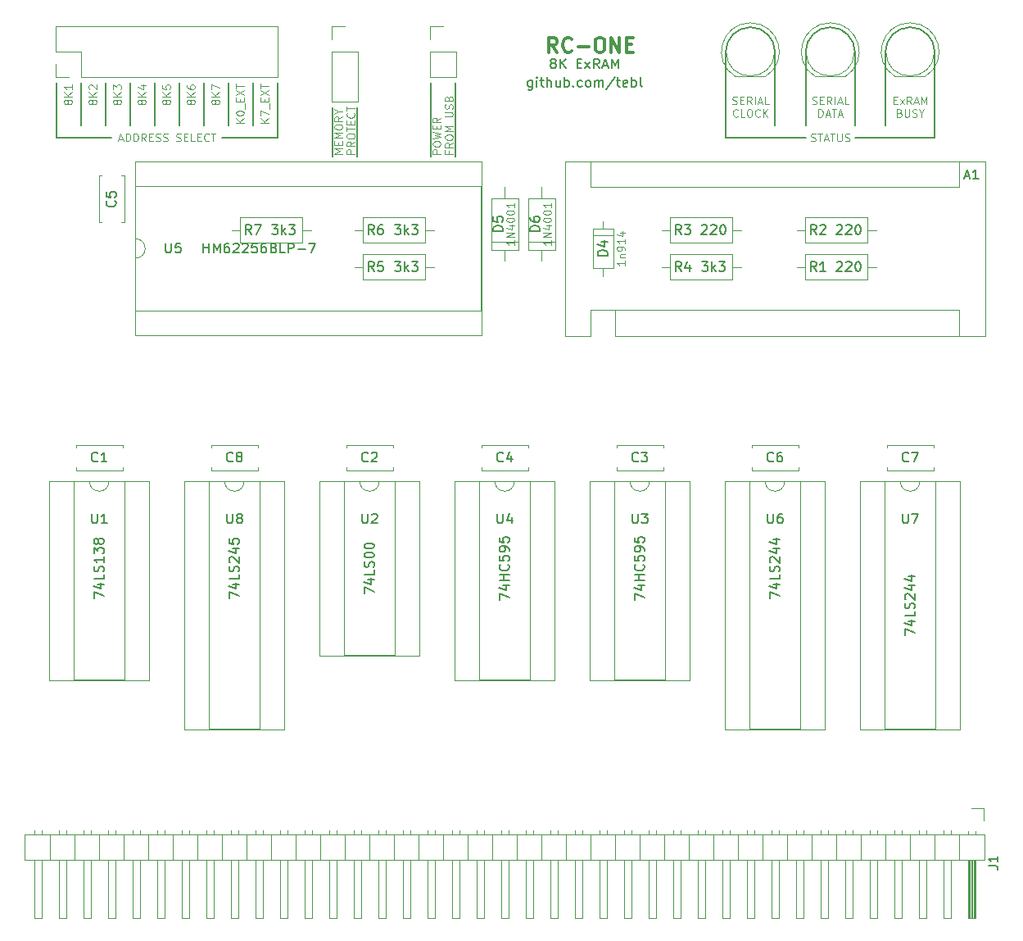
<source format=gto>
G04 #@! TF.GenerationSoftware,KiCad,Pcbnew,(5.1.5)-3*
G04 #@! TF.CreationDate,2020-10-17T22:19:32+02:00*
G04 #@! TF.ProjectId,RC1 8K ExRAM,52433120-384b-4204-9578-52414d2e6b69,rev?*
G04 #@! TF.SameCoordinates,Original*
G04 #@! TF.FileFunction,Legend,Top*
G04 #@! TF.FilePolarity,Positive*
%FSLAX46Y46*%
G04 Gerber Fmt 4.6, Leading zero omitted, Abs format (unit mm)*
G04 Created by KiCad (PCBNEW (5.1.5)-3) date 2020-10-17 22:19:32*
%MOMM*%
%LPD*%
G04 APERTURE LIST*
%ADD10C,0.150000*%
%ADD11C,0.300000*%
%ADD12C,0.200000*%
%ADD13C,0.100000*%
%ADD14C,0.120000*%
G04 APERTURE END LIST*
D10*
X147630238Y-70905714D02*
X147630238Y-71715238D01*
X147582619Y-71810476D01*
X147535000Y-71858095D01*
X147439761Y-71905714D01*
X147296904Y-71905714D01*
X147201666Y-71858095D01*
X147630238Y-71524761D02*
X147535000Y-71572380D01*
X147344523Y-71572380D01*
X147249285Y-71524761D01*
X147201666Y-71477142D01*
X147154047Y-71381904D01*
X147154047Y-71096190D01*
X147201666Y-71000952D01*
X147249285Y-70953333D01*
X147344523Y-70905714D01*
X147535000Y-70905714D01*
X147630238Y-70953333D01*
X148106428Y-71572380D02*
X148106428Y-70905714D01*
X148106428Y-70572380D02*
X148058809Y-70620000D01*
X148106428Y-70667619D01*
X148154047Y-70620000D01*
X148106428Y-70572380D01*
X148106428Y-70667619D01*
X148439761Y-70905714D02*
X148820714Y-70905714D01*
X148582619Y-70572380D02*
X148582619Y-71429523D01*
X148630238Y-71524761D01*
X148725476Y-71572380D01*
X148820714Y-71572380D01*
X149154047Y-71572380D02*
X149154047Y-70572380D01*
X149582619Y-71572380D02*
X149582619Y-71048571D01*
X149535000Y-70953333D01*
X149439761Y-70905714D01*
X149296904Y-70905714D01*
X149201666Y-70953333D01*
X149154047Y-71000952D01*
X150487380Y-70905714D02*
X150487380Y-71572380D01*
X150058809Y-70905714D02*
X150058809Y-71429523D01*
X150106428Y-71524761D01*
X150201666Y-71572380D01*
X150344523Y-71572380D01*
X150439761Y-71524761D01*
X150487380Y-71477142D01*
X150963571Y-71572380D02*
X150963571Y-70572380D01*
X150963571Y-70953333D02*
X151058809Y-70905714D01*
X151249285Y-70905714D01*
X151344523Y-70953333D01*
X151392142Y-71000952D01*
X151439761Y-71096190D01*
X151439761Y-71381904D01*
X151392142Y-71477142D01*
X151344523Y-71524761D01*
X151249285Y-71572380D01*
X151058809Y-71572380D01*
X150963571Y-71524761D01*
X151868333Y-71477142D02*
X151915952Y-71524761D01*
X151868333Y-71572380D01*
X151820714Y-71524761D01*
X151868333Y-71477142D01*
X151868333Y-71572380D01*
X152773095Y-71524761D02*
X152677857Y-71572380D01*
X152487380Y-71572380D01*
X152392142Y-71524761D01*
X152344523Y-71477142D01*
X152296904Y-71381904D01*
X152296904Y-71096190D01*
X152344523Y-71000952D01*
X152392142Y-70953333D01*
X152487380Y-70905714D01*
X152677857Y-70905714D01*
X152773095Y-70953333D01*
X153344523Y-71572380D02*
X153249285Y-71524761D01*
X153201666Y-71477142D01*
X153154047Y-71381904D01*
X153154047Y-71096190D01*
X153201666Y-71000952D01*
X153249285Y-70953333D01*
X153344523Y-70905714D01*
X153487380Y-70905714D01*
X153582619Y-70953333D01*
X153630238Y-71000952D01*
X153677857Y-71096190D01*
X153677857Y-71381904D01*
X153630238Y-71477142D01*
X153582619Y-71524761D01*
X153487380Y-71572380D01*
X153344523Y-71572380D01*
X154106428Y-71572380D02*
X154106428Y-70905714D01*
X154106428Y-71000952D02*
X154154047Y-70953333D01*
X154249285Y-70905714D01*
X154392142Y-70905714D01*
X154487380Y-70953333D01*
X154535000Y-71048571D01*
X154535000Y-71572380D01*
X154535000Y-71048571D02*
X154582619Y-70953333D01*
X154677857Y-70905714D01*
X154820714Y-70905714D01*
X154915952Y-70953333D01*
X154963571Y-71048571D01*
X154963571Y-71572380D01*
X156154047Y-70524761D02*
X155296904Y-71810476D01*
X156344523Y-70905714D02*
X156725476Y-70905714D01*
X156487380Y-70572380D02*
X156487380Y-71429523D01*
X156535000Y-71524761D01*
X156630238Y-71572380D01*
X156725476Y-71572380D01*
X157439761Y-71524761D02*
X157344523Y-71572380D01*
X157154047Y-71572380D01*
X157058809Y-71524761D01*
X157011190Y-71429523D01*
X157011190Y-71048571D01*
X157058809Y-70953333D01*
X157154047Y-70905714D01*
X157344523Y-70905714D01*
X157439761Y-70953333D01*
X157487380Y-71048571D01*
X157487380Y-71143809D01*
X157011190Y-71239047D01*
X157915952Y-71572380D02*
X157915952Y-70572380D01*
X157915952Y-70953333D02*
X158011190Y-70905714D01*
X158201666Y-70905714D01*
X158296904Y-70953333D01*
X158344523Y-71000952D01*
X158392142Y-71096190D01*
X158392142Y-71381904D01*
X158344523Y-71477142D01*
X158296904Y-71524761D01*
X158201666Y-71572380D01*
X158011190Y-71572380D01*
X157915952Y-71524761D01*
X158963571Y-71572380D02*
X158868333Y-71524761D01*
X158820714Y-71429523D01*
X158820714Y-70572380D01*
X149701666Y-69095952D02*
X149606428Y-69048333D01*
X149558809Y-69000714D01*
X149511190Y-68905476D01*
X149511190Y-68857857D01*
X149558809Y-68762619D01*
X149606428Y-68715000D01*
X149701666Y-68667380D01*
X149892142Y-68667380D01*
X149987380Y-68715000D01*
X150035000Y-68762619D01*
X150082619Y-68857857D01*
X150082619Y-68905476D01*
X150035000Y-69000714D01*
X149987380Y-69048333D01*
X149892142Y-69095952D01*
X149701666Y-69095952D01*
X149606428Y-69143571D01*
X149558809Y-69191190D01*
X149511190Y-69286428D01*
X149511190Y-69476904D01*
X149558809Y-69572142D01*
X149606428Y-69619761D01*
X149701666Y-69667380D01*
X149892142Y-69667380D01*
X149987380Y-69619761D01*
X150035000Y-69572142D01*
X150082619Y-69476904D01*
X150082619Y-69286428D01*
X150035000Y-69191190D01*
X149987380Y-69143571D01*
X149892142Y-69095952D01*
X150511190Y-69667380D02*
X150511190Y-68667380D01*
X151082619Y-69667380D02*
X150654047Y-69095952D01*
X151082619Y-68667380D02*
X150511190Y-69238809D01*
X152273095Y-69143571D02*
X152606428Y-69143571D01*
X152749285Y-69667380D02*
X152273095Y-69667380D01*
X152273095Y-68667380D01*
X152749285Y-68667380D01*
X153082619Y-69667380D02*
X153606428Y-69000714D01*
X153082619Y-69000714D02*
X153606428Y-69667380D01*
X154558809Y-69667380D02*
X154225476Y-69191190D01*
X153987380Y-69667380D02*
X153987380Y-68667380D01*
X154368333Y-68667380D01*
X154463571Y-68715000D01*
X154511190Y-68762619D01*
X154558809Y-68857857D01*
X154558809Y-69000714D01*
X154511190Y-69095952D01*
X154463571Y-69143571D01*
X154368333Y-69191190D01*
X153987380Y-69191190D01*
X154939761Y-69381666D02*
X155415952Y-69381666D01*
X154844523Y-69667380D02*
X155177857Y-68667380D01*
X155511190Y-69667380D01*
X155844523Y-69667380D02*
X155844523Y-68667380D01*
X156177857Y-69381666D01*
X156511190Y-68667380D01*
X156511190Y-69667380D01*
D11*
X150205714Y-67988571D02*
X149705714Y-67274285D01*
X149348571Y-67988571D02*
X149348571Y-66488571D01*
X149920000Y-66488571D01*
X150062857Y-66560000D01*
X150134285Y-66631428D01*
X150205714Y-66774285D01*
X150205714Y-66988571D01*
X150134285Y-67131428D01*
X150062857Y-67202857D01*
X149920000Y-67274285D01*
X149348571Y-67274285D01*
X151705714Y-67845714D02*
X151634285Y-67917142D01*
X151420000Y-67988571D01*
X151277142Y-67988571D01*
X151062857Y-67917142D01*
X150920000Y-67774285D01*
X150848571Y-67631428D01*
X150777142Y-67345714D01*
X150777142Y-67131428D01*
X150848571Y-66845714D01*
X150920000Y-66702857D01*
X151062857Y-66560000D01*
X151277142Y-66488571D01*
X151420000Y-66488571D01*
X151634285Y-66560000D01*
X151705714Y-66631428D01*
X152348571Y-67417142D02*
X153491428Y-67417142D01*
X154491428Y-66488571D02*
X154777142Y-66488571D01*
X154920000Y-66560000D01*
X155062857Y-66702857D01*
X155134285Y-66988571D01*
X155134285Y-67488571D01*
X155062857Y-67774285D01*
X154920000Y-67917142D01*
X154777142Y-67988571D01*
X154491428Y-67988571D01*
X154348571Y-67917142D01*
X154205714Y-67774285D01*
X154134285Y-67488571D01*
X154134285Y-66988571D01*
X154205714Y-66702857D01*
X154348571Y-66560000D01*
X154491428Y-66488571D01*
X155777142Y-67988571D02*
X155777142Y-66488571D01*
X156634285Y-67988571D01*
X156634285Y-66488571D01*
X157348571Y-67202857D02*
X157848571Y-67202857D01*
X158062857Y-67988571D02*
X157348571Y-67988571D01*
X157348571Y-66488571D01*
X158062857Y-66488571D01*
D12*
X186690000Y-65405000D02*
G75*
G03X184150000Y-67945000I0J-2540000D01*
G01*
X189230000Y-67945000D02*
G75*
G03X186690000Y-65405000I-2540000J0D01*
G01*
X180975000Y-67945000D02*
G75*
G03X178435000Y-65405000I-2540000J0D01*
G01*
X178435000Y-65405000D02*
G75*
G03X175895000Y-67945000I0J-2540000D01*
G01*
X170180000Y-65405000D02*
G75*
G03X167640000Y-67945000I0J-2540000D01*
G01*
X172720000Y-67945000D02*
G75*
G03X170180000Y-65405000I-2540000J0D01*
G01*
X118745000Y-75565000D02*
X118745000Y-71120000D01*
X100965000Y-75565000D02*
X100965000Y-71120000D01*
X172720000Y-67945000D02*
X172720000Y-75565000D01*
X189230000Y-76835000D02*
X189230000Y-75565000D01*
X180975000Y-76835000D02*
X189230000Y-76835000D01*
X167640000Y-76835000D02*
X175895000Y-76835000D01*
X167640000Y-75565000D02*
X167640000Y-76835000D01*
D13*
X176454047Y-77158809D02*
X176568333Y-77196904D01*
X176758809Y-77196904D01*
X176835000Y-77158809D01*
X176873095Y-77120714D01*
X176911190Y-77044523D01*
X176911190Y-76968333D01*
X176873095Y-76892142D01*
X176835000Y-76854047D01*
X176758809Y-76815952D01*
X176606428Y-76777857D01*
X176530238Y-76739761D01*
X176492142Y-76701666D01*
X176454047Y-76625476D01*
X176454047Y-76549285D01*
X176492142Y-76473095D01*
X176530238Y-76435000D01*
X176606428Y-76396904D01*
X176796904Y-76396904D01*
X176911190Y-76435000D01*
X177139761Y-76396904D02*
X177596904Y-76396904D01*
X177368333Y-77196904D02*
X177368333Y-76396904D01*
X177825476Y-76968333D02*
X178206428Y-76968333D01*
X177749285Y-77196904D02*
X178015952Y-76396904D01*
X178282619Y-77196904D01*
X178435000Y-76396904D02*
X178892142Y-76396904D01*
X178663571Y-77196904D02*
X178663571Y-76396904D01*
X179158809Y-76396904D02*
X179158809Y-77044523D01*
X179196904Y-77120714D01*
X179235000Y-77158809D01*
X179311190Y-77196904D01*
X179463571Y-77196904D01*
X179539761Y-77158809D01*
X179577857Y-77120714D01*
X179615952Y-77044523D01*
X179615952Y-76396904D01*
X179958809Y-77158809D02*
X180073095Y-77196904D01*
X180263571Y-77196904D01*
X180339761Y-77158809D01*
X180377857Y-77120714D01*
X180415952Y-77044523D01*
X180415952Y-76968333D01*
X180377857Y-76892142D01*
X180339761Y-76854047D01*
X180263571Y-76815952D01*
X180111190Y-76777857D01*
X180035000Y-76739761D01*
X179996904Y-76701666D01*
X179958809Y-76625476D01*
X179958809Y-76549285D01*
X179996904Y-76473095D01*
X180035000Y-76435000D01*
X180111190Y-76396904D01*
X180301666Y-76396904D01*
X180415952Y-76435000D01*
D12*
X189230000Y-67945000D02*
X189230000Y-75565000D01*
X184150000Y-67945000D02*
X184150000Y-75565000D01*
X180975000Y-75565000D02*
X180975000Y-67945000D01*
X175895000Y-67945000D02*
X175895000Y-75565000D01*
X167640000Y-75565000D02*
X167640000Y-67945000D01*
D13*
X184994761Y-72952857D02*
X185261428Y-72952857D01*
X185375714Y-73371904D02*
X184994761Y-73371904D01*
X184994761Y-72571904D01*
X185375714Y-72571904D01*
X185642380Y-73371904D02*
X186061428Y-72838571D01*
X185642380Y-72838571D02*
X186061428Y-73371904D01*
X186823333Y-73371904D02*
X186556666Y-72990952D01*
X186366190Y-73371904D02*
X186366190Y-72571904D01*
X186670952Y-72571904D01*
X186747142Y-72610000D01*
X186785238Y-72648095D01*
X186823333Y-72724285D01*
X186823333Y-72838571D01*
X186785238Y-72914761D01*
X186747142Y-72952857D01*
X186670952Y-72990952D01*
X186366190Y-72990952D01*
X187128095Y-73143333D02*
X187509047Y-73143333D01*
X187051904Y-73371904D02*
X187318571Y-72571904D01*
X187585238Y-73371904D01*
X187851904Y-73371904D02*
X187851904Y-72571904D01*
X188118571Y-73143333D01*
X188385238Y-72571904D01*
X188385238Y-73371904D01*
X185604285Y-74252857D02*
X185718571Y-74290952D01*
X185756666Y-74329047D01*
X185794761Y-74405238D01*
X185794761Y-74519523D01*
X185756666Y-74595714D01*
X185718571Y-74633809D01*
X185642380Y-74671904D01*
X185337619Y-74671904D01*
X185337619Y-73871904D01*
X185604285Y-73871904D01*
X185680476Y-73910000D01*
X185718571Y-73948095D01*
X185756666Y-74024285D01*
X185756666Y-74100476D01*
X185718571Y-74176666D01*
X185680476Y-74214761D01*
X185604285Y-74252857D01*
X185337619Y-74252857D01*
X186137619Y-73871904D02*
X186137619Y-74519523D01*
X186175714Y-74595714D01*
X186213809Y-74633809D01*
X186290000Y-74671904D01*
X186442380Y-74671904D01*
X186518571Y-74633809D01*
X186556666Y-74595714D01*
X186594761Y-74519523D01*
X186594761Y-73871904D01*
X186937619Y-74633809D02*
X187051904Y-74671904D01*
X187242380Y-74671904D01*
X187318571Y-74633809D01*
X187356666Y-74595714D01*
X187394761Y-74519523D01*
X187394761Y-74443333D01*
X187356666Y-74367142D01*
X187318571Y-74329047D01*
X187242380Y-74290952D01*
X187090000Y-74252857D01*
X187013809Y-74214761D01*
X186975714Y-74176666D01*
X186937619Y-74100476D01*
X186937619Y-74024285D01*
X186975714Y-73948095D01*
X187013809Y-73910000D01*
X187090000Y-73871904D01*
X187280476Y-73871904D01*
X187394761Y-73910000D01*
X187890000Y-74290952D02*
X187890000Y-74671904D01*
X187623333Y-73871904D02*
X187890000Y-74290952D01*
X188156666Y-73871904D01*
X176587380Y-73333809D02*
X176701666Y-73371904D01*
X176892142Y-73371904D01*
X176968333Y-73333809D01*
X177006428Y-73295714D01*
X177044523Y-73219523D01*
X177044523Y-73143333D01*
X177006428Y-73067142D01*
X176968333Y-73029047D01*
X176892142Y-72990952D01*
X176739761Y-72952857D01*
X176663571Y-72914761D01*
X176625476Y-72876666D01*
X176587380Y-72800476D01*
X176587380Y-72724285D01*
X176625476Y-72648095D01*
X176663571Y-72610000D01*
X176739761Y-72571904D01*
X176930238Y-72571904D01*
X177044523Y-72610000D01*
X177387380Y-72952857D02*
X177654047Y-72952857D01*
X177768333Y-73371904D02*
X177387380Y-73371904D01*
X177387380Y-72571904D01*
X177768333Y-72571904D01*
X178568333Y-73371904D02*
X178301666Y-72990952D01*
X178111190Y-73371904D02*
X178111190Y-72571904D01*
X178415952Y-72571904D01*
X178492142Y-72610000D01*
X178530238Y-72648095D01*
X178568333Y-72724285D01*
X178568333Y-72838571D01*
X178530238Y-72914761D01*
X178492142Y-72952857D01*
X178415952Y-72990952D01*
X178111190Y-72990952D01*
X178911190Y-73371904D02*
X178911190Y-72571904D01*
X179254047Y-73143333D02*
X179635000Y-73143333D01*
X179177857Y-73371904D02*
X179444523Y-72571904D01*
X179711190Y-73371904D01*
X180358809Y-73371904D02*
X179977857Y-73371904D01*
X179977857Y-72571904D01*
X177235000Y-74671904D02*
X177235000Y-73871904D01*
X177425476Y-73871904D01*
X177539761Y-73910000D01*
X177615952Y-73986190D01*
X177654047Y-74062380D01*
X177692142Y-74214761D01*
X177692142Y-74329047D01*
X177654047Y-74481428D01*
X177615952Y-74557619D01*
X177539761Y-74633809D01*
X177425476Y-74671904D01*
X177235000Y-74671904D01*
X177996904Y-74443333D02*
X178377857Y-74443333D01*
X177920714Y-74671904D02*
X178187380Y-73871904D01*
X178454047Y-74671904D01*
X178606428Y-73871904D02*
X179063571Y-73871904D01*
X178835000Y-74671904D02*
X178835000Y-73871904D01*
X179292142Y-74443333D02*
X179673095Y-74443333D01*
X179215952Y-74671904D02*
X179482619Y-73871904D01*
X179749285Y-74671904D01*
X168332380Y-73333809D02*
X168446666Y-73371904D01*
X168637142Y-73371904D01*
X168713333Y-73333809D01*
X168751428Y-73295714D01*
X168789523Y-73219523D01*
X168789523Y-73143333D01*
X168751428Y-73067142D01*
X168713333Y-73029047D01*
X168637142Y-72990952D01*
X168484761Y-72952857D01*
X168408571Y-72914761D01*
X168370476Y-72876666D01*
X168332380Y-72800476D01*
X168332380Y-72724285D01*
X168370476Y-72648095D01*
X168408571Y-72610000D01*
X168484761Y-72571904D01*
X168675238Y-72571904D01*
X168789523Y-72610000D01*
X169132380Y-72952857D02*
X169399047Y-72952857D01*
X169513333Y-73371904D02*
X169132380Y-73371904D01*
X169132380Y-72571904D01*
X169513333Y-72571904D01*
X170313333Y-73371904D02*
X170046666Y-72990952D01*
X169856190Y-73371904D02*
X169856190Y-72571904D01*
X170160952Y-72571904D01*
X170237142Y-72610000D01*
X170275238Y-72648095D01*
X170313333Y-72724285D01*
X170313333Y-72838571D01*
X170275238Y-72914761D01*
X170237142Y-72952857D01*
X170160952Y-72990952D01*
X169856190Y-72990952D01*
X170656190Y-73371904D02*
X170656190Y-72571904D01*
X170999047Y-73143333D02*
X171380000Y-73143333D01*
X170922857Y-73371904D02*
X171189523Y-72571904D01*
X171456190Y-73371904D01*
X172103809Y-73371904D02*
X171722857Y-73371904D01*
X171722857Y-72571904D01*
X168884761Y-74595714D02*
X168846666Y-74633809D01*
X168732380Y-74671904D01*
X168656190Y-74671904D01*
X168541904Y-74633809D01*
X168465714Y-74557619D01*
X168427619Y-74481428D01*
X168389523Y-74329047D01*
X168389523Y-74214761D01*
X168427619Y-74062380D01*
X168465714Y-73986190D01*
X168541904Y-73910000D01*
X168656190Y-73871904D01*
X168732380Y-73871904D01*
X168846666Y-73910000D01*
X168884761Y-73948095D01*
X169608571Y-74671904D02*
X169227619Y-74671904D01*
X169227619Y-73871904D01*
X170027619Y-73871904D02*
X170180000Y-73871904D01*
X170256190Y-73910000D01*
X170332380Y-73986190D01*
X170370476Y-74138571D01*
X170370476Y-74405238D01*
X170332380Y-74557619D01*
X170256190Y-74633809D01*
X170180000Y-74671904D01*
X170027619Y-74671904D01*
X169951428Y-74633809D01*
X169875238Y-74557619D01*
X169837142Y-74405238D01*
X169837142Y-74138571D01*
X169875238Y-73986190D01*
X169951428Y-73910000D01*
X170027619Y-73871904D01*
X171170476Y-74595714D02*
X171132380Y-74633809D01*
X171018095Y-74671904D01*
X170941904Y-74671904D01*
X170827619Y-74633809D01*
X170751428Y-74557619D01*
X170713333Y-74481428D01*
X170675238Y-74329047D01*
X170675238Y-74214761D01*
X170713333Y-74062380D01*
X170751428Y-73986190D01*
X170827619Y-73910000D01*
X170941904Y-73871904D01*
X171018095Y-73871904D01*
X171132380Y-73910000D01*
X171170476Y-73948095D01*
X171513333Y-74671904D02*
X171513333Y-73871904D01*
X171970476Y-74671904D02*
X171627619Y-74214761D01*
X171970476Y-73871904D02*
X171513333Y-74329047D01*
X139007857Y-78217857D02*
X139007857Y-78484523D01*
X139426904Y-78484523D02*
X138626904Y-78484523D01*
X138626904Y-78103571D01*
X139426904Y-77341666D02*
X139045952Y-77608333D01*
X139426904Y-77798809D02*
X138626904Y-77798809D01*
X138626904Y-77494047D01*
X138665000Y-77417857D01*
X138703095Y-77379761D01*
X138779285Y-77341666D01*
X138893571Y-77341666D01*
X138969761Y-77379761D01*
X139007857Y-77417857D01*
X139045952Y-77494047D01*
X139045952Y-77798809D01*
X138626904Y-76846428D02*
X138626904Y-76694047D01*
X138665000Y-76617857D01*
X138741190Y-76541666D01*
X138893571Y-76503571D01*
X139160238Y-76503571D01*
X139312619Y-76541666D01*
X139388809Y-76617857D01*
X139426904Y-76694047D01*
X139426904Y-76846428D01*
X139388809Y-76922619D01*
X139312619Y-76998809D01*
X139160238Y-77036904D01*
X138893571Y-77036904D01*
X138741190Y-76998809D01*
X138665000Y-76922619D01*
X138626904Y-76846428D01*
X139426904Y-76160714D02*
X138626904Y-76160714D01*
X139198333Y-75894047D01*
X138626904Y-75627380D01*
X139426904Y-75627380D01*
X138626904Y-74636904D02*
X139274523Y-74636904D01*
X139350714Y-74598809D01*
X139388809Y-74560714D01*
X139426904Y-74484523D01*
X139426904Y-74332142D01*
X139388809Y-74255952D01*
X139350714Y-74217857D01*
X139274523Y-74179761D01*
X138626904Y-74179761D01*
X139388809Y-73836904D02*
X139426904Y-73722619D01*
X139426904Y-73532142D01*
X139388809Y-73455952D01*
X139350714Y-73417857D01*
X139274523Y-73379761D01*
X139198333Y-73379761D01*
X139122142Y-73417857D01*
X139084047Y-73455952D01*
X139045952Y-73532142D01*
X139007857Y-73684523D01*
X138969761Y-73760714D01*
X138931666Y-73798809D01*
X138855476Y-73836904D01*
X138779285Y-73836904D01*
X138703095Y-73798809D01*
X138665000Y-73760714D01*
X138626904Y-73684523D01*
X138626904Y-73494047D01*
X138665000Y-73379761D01*
X139007857Y-72770238D02*
X139045952Y-72655952D01*
X139084047Y-72617857D01*
X139160238Y-72579761D01*
X139274523Y-72579761D01*
X139350714Y-72617857D01*
X139388809Y-72655952D01*
X139426904Y-72732142D01*
X139426904Y-73036904D01*
X138626904Y-73036904D01*
X138626904Y-72770238D01*
X138665000Y-72694047D01*
X138703095Y-72655952D01*
X138779285Y-72617857D01*
X138855476Y-72617857D01*
X138931666Y-72655952D01*
X138969761Y-72694047D01*
X139007857Y-72770238D01*
X139007857Y-73036904D01*
X138156904Y-78484523D02*
X137356904Y-78484523D01*
X137356904Y-78179761D01*
X137395000Y-78103571D01*
X137433095Y-78065476D01*
X137509285Y-78027380D01*
X137623571Y-78027380D01*
X137699761Y-78065476D01*
X137737857Y-78103571D01*
X137775952Y-78179761D01*
X137775952Y-78484523D01*
X137356904Y-77532142D02*
X137356904Y-77379761D01*
X137395000Y-77303571D01*
X137471190Y-77227380D01*
X137623571Y-77189285D01*
X137890238Y-77189285D01*
X138042619Y-77227380D01*
X138118809Y-77303571D01*
X138156904Y-77379761D01*
X138156904Y-77532142D01*
X138118809Y-77608333D01*
X138042619Y-77684523D01*
X137890238Y-77722619D01*
X137623571Y-77722619D01*
X137471190Y-77684523D01*
X137395000Y-77608333D01*
X137356904Y-77532142D01*
X137356904Y-76922619D02*
X138156904Y-76732142D01*
X137585476Y-76579761D01*
X138156904Y-76427380D01*
X137356904Y-76236904D01*
X137737857Y-75932142D02*
X137737857Y-75665476D01*
X138156904Y-75551190D02*
X138156904Y-75932142D01*
X137356904Y-75932142D01*
X137356904Y-75551190D01*
X138156904Y-74751190D02*
X137775952Y-75017857D01*
X138156904Y-75208333D02*
X137356904Y-75208333D01*
X137356904Y-74903571D01*
X137395000Y-74827380D01*
X137433095Y-74789285D01*
X137509285Y-74751190D01*
X137623571Y-74751190D01*
X137699761Y-74789285D01*
X137737857Y-74827380D01*
X137775952Y-74903571D01*
X137775952Y-75208333D01*
D12*
X139700000Y-78740000D02*
X139700000Y-71120000D01*
X137160000Y-71120000D02*
X137160000Y-78740000D01*
X121285000Y-76835000D02*
X115570000Y-76835000D01*
X98425000Y-76835000D02*
X104140000Y-76835000D01*
X129540000Y-78740000D02*
X129540000Y-73660000D01*
X127000000Y-73660000D02*
X127000000Y-78740000D01*
D13*
X129266904Y-78484523D02*
X128466904Y-78484523D01*
X128466904Y-78179761D01*
X128505000Y-78103571D01*
X128543095Y-78065476D01*
X128619285Y-78027380D01*
X128733571Y-78027380D01*
X128809761Y-78065476D01*
X128847857Y-78103571D01*
X128885952Y-78179761D01*
X128885952Y-78484523D01*
X129266904Y-77227380D02*
X128885952Y-77494047D01*
X129266904Y-77684523D02*
X128466904Y-77684523D01*
X128466904Y-77379761D01*
X128505000Y-77303571D01*
X128543095Y-77265476D01*
X128619285Y-77227380D01*
X128733571Y-77227380D01*
X128809761Y-77265476D01*
X128847857Y-77303571D01*
X128885952Y-77379761D01*
X128885952Y-77684523D01*
X128466904Y-76732142D02*
X128466904Y-76579761D01*
X128505000Y-76503571D01*
X128581190Y-76427380D01*
X128733571Y-76389285D01*
X129000238Y-76389285D01*
X129152619Y-76427380D01*
X129228809Y-76503571D01*
X129266904Y-76579761D01*
X129266904Y-76732142D01*
X129228809Y-76808333D01*
X129152619Y-76884523D01*
X129000238Y-76922619D01*
X128733571Y-76922619D01*
X128581190Y-76884523D01*
X128505000Y-76808333D01*
X128466904Y-76732142D01*
X128466904Y-76160714D02*
X128466904Y-75703571D01*
X129266904Y-75932142D02*
X128466904Y-75932142D01*
X128847857Y-75436904D02*
X128847857Y-75170238D01*
X129266904Y-75055952D02*
X129266904Y-75436904D01*
X128466904Y-75436904D01*
X128466904Y-75055952D01*
X129190714Y-74255952D02*
X129228809Y-74294047D01*
X129266904Y-74408333D01*
X129266904Y-74484523D01*
X129228809Y-74598809D01*
X129152619Y-74675000D01*
X129076428Y-74713095D01*
X128924047Y-74751190D01*
X128809761Y-74751190D01*
X128657380Y-74713095D01*
X128581190Y-74675000D01*
X128505000Y-74598809D01*
X128466904Y-74484523D01*
X128466904Y-74408333D01*
X128505000Y-74294047D01*
X128543095Y-74255952D01*
X128466904Y-74027380D02*
X128466904Y-73570238D01*
X129266904Y-73798809D02*
X128466904Y-73798809D01*
X127996904Y-78484523D02*
X127196904Y-78484523D01*
X127768333Y-78217857D01*
X127196904Y-77951190D01*
X127996904Y-77951190D01*
X127577857Y-77570238D02*
X127577857Y-77303571D01*
X127996904Y-77189285D02*
X127996904Y-77570238D01*
X127196904Y-77570238D01*
X127196904Y-77189285D01*
X127996904Y-76846428D02*
X127196904Y-76846428D01*
X127768333Y-76579761D01*
X127196904Y-76313095D01*
X127996904Y-76313095D01*
X127196904Y-75779761D02*
X127196904Y-75627380D01*
X127235000Y-75551190D01*
X127311190Y-75475000D01*
X127463571Y-75436904D01*
X127730238Y-75436904D01*
X127882619Y-75475000D01*
X127958809Y-75551190D01*
X127996904Y-75627380D01*
X127996904Y-75779761D01*
X127958809Y-75855952D01*
X127882619Y-75932142D01*
X127730238Y-75970238D01*
X127463571Y-75970238D01*
X127311190Y-75932142D01*
X127235000Y-75855952D01*
X127196904Y-75779761D01*
X127996904Y-74636904D02*
X127615952Y-74903571D01*
X127996904Y-75094047D02*
X127196904Y-75094047D01*
X127196904Y-74789285D01*
X127235000Y-74713095D01*
X127273095Y-74675000D01*
X127349285Y-74636904D01*
X127463571Y-74636904D01*
X127539761Y-74675000D01*
X127577857Y-74713095D01*
X127615952Y-74789285D01*
X127615952Y-75094047D01*
X127615952Y-74141666D02*
X127996904Y-74141666D01*
X127196904Y-74408333D02*
X127615952Y-74141666D01*
X127196904Y-73875000D01*
D12*
X106045000Y-75565000D02*
X106045000Y-71120000D01*
X108585000Y-71120000D02*
X108585000Y-75565000D01*
X111125000Y-75565000D02*
X111125000Y-71120000D01*
X113665000Y-71120000D02*
X113665000Y-75565000D01*
X116205000Y-75565000D02*
X116205000Y-71120000D01*
X121285000Y-71120000D02*
X121285000Y-76835000D01*
X103505000Y-71120000D02*
X103505000Y-75565000D01*
X98425000Y-71120000D02*
X98425000Y-76835000D01*
D13*
X104902619Y-76968333D02*
X105283571Y-76968333D01*
X104826428Y-77196904D02*
X105093095Y-76396904D01*
X105359761Y-77196904D01*
X105626428Y-77196904D02*
X105626428Y-76396904D01*
X105816904Y-76396904D01*
X105931190Y-76435000D01*
X106007380Y-76511190D01*
X106045476Y-76587380D01*
X106083571Y-76739761D01*
X106083571Y-76854047D01*
X106045476Y-77006428D01*
X106007380Y-77082619D01*
X105931190Y-77158809D01*
X105816904Y-77196904D01*
X105626428Y-77196904D01*
X106426428Y-77196904D02*
X106426428Y-76396904D01*
X106616904Y-76396904D01*
X106731190Y-76435000D01*
X106807380Y-76511190D01*
X106845476Y-76587380D01*
X106883571Y-76739761D01*
X106883571Y-76854047D01*
X106845476Y-77006428D01*
X106807380Y-77082619D01*
X106731190Y-77158809D01*
X106616904Y-77196904D01*
X106426428Y-77196904D01*
X107683571Y-77196904D02*
X107416904Y-76815952D01*
X107226428Y-77196904D02*
X107226428Y-76396904D01*
X107531190Y-76396904D01*
X107607380Y-76435000D01*
X107645476Y-76473095D01*
X107683571Y-76549285D01*
X107683571Y-76663571D01*
X107645476Y-76739761D01*
X107607380Y-76777857D01*
X107531190Y-76815952D01*
X107226428Y-76815952D01*
X108026428Y-76777857D02*
X108293095Y-76777857D01*
X108407380Y-77196904D02*
X108026428Y-77196904D01*
X108026428Y-76396904D01*
X108407380Y-76396904D01*
X108712142Y-77158809D02*
X108826428Y-77196904D01*
X109016904Y-77196904D01*
X109093095Y-77158809D01*
X109131190Y-77120714D01*
X109169285Y-77044523D01*
X109169285Y-76968333D01*
X109131190Y-76892142D01*
X109093095Y-76854047D01*
X109016904Y-76815952D01*
X108864523Y-76777857D01*
X108788333Y-76739761D01*
X108750238Y-76701666D01*
X108712142Y-76625476D01*
X108712142Y-76549285D01*
X108750238Y-76473095D01*
X108788333Y-76435000D01*
X108864523Y-76396904D01*
X109055000Y-76396904D01*
X109169285Y-76435000D01*
X109474047Y-77158809D02*
X109588333Y-77196904D01*
X109778809Y-77196904D01*
X109855000Y-77158809D01*
X109893095Y-77120714D01*
X109931190Y-77044523D01*
X109931190Y-76968333D01*
X109893095Y-76892142D01*
X109855000Y-76854047D01*
X109778809Y-76815952D01*
X109626428Y-76777857D01*
X109550238Y-76739761D01*
X109512142Y-76701666D01*
X109474047Y-76625476D01*
X109474047Y-76549285D01*
X109512142Y-76473095D01*
X109550238Y-76435000D01*
X109626428Y-76396904D01*
X109816904Y-76396904D01*
X109931190Y-76435000D01*
X110845476Y-77158809D02*
X110959761Y-77196904D01*
X111150238Y-77196904D01*
X111226428Y-77158809D01*
X111264523Y-77120714D01*
X111302619Y-77044523D01*
X111302619Y-76968333D01*
X111264523Y-76892142D01*
X111226428Y-76854047D01*
X111150238Y-76815952D01*
X110997857Y-76777857D01*
X110921666Y-76739761D01*
X110883571Y-76701666D01*
X110845476Y-76625476D01*
X110845476Y-76549285D01*
X110883571Y-76473095D01*
X110921666Y-76435000D01*
X110997857Y-76396904D01*
X111188333Y-76396904D01*
X111302619Y-76435000D01*
X111645476Y-76777857D02*
X111912142Y-76777857D01*
X112026428Y-77196904D02*
X111645476Y-77196904D01*
X111645476Y-76396904D01*
X112026428Y-76396904D01*
X112750238Y-77196904D02*
X112369285Y-77196904D01*
X112369285Y-76396904D01*
X113016904Y-76777857D02*
X113283571Y-76777857D01*
X113397857Y-77196904D02*
X113016904Y-77196904D01*
X113016904Y-76396904D01*
X113397857Y-76396904D01*
X114197857Y-77120714D02*
X114159761Y-77158809D01*
X114045476Y-77196904D01*
X113969285Y-77196904D01*
X113855000Y-77158809D01*
X113778809Y-77082619D01*
X113740714Y-77006428D01*
X113702619Y-76854047D01*
X113702619Y-76739761D01*
X113740714Y-76587380D01*
X113778809Y-76511190D01*
X113855000Y-76435000D01*
X113969285Y-76396904D01*
X114045476Y-76396904D01*
X114159761Y-76435000D01*
X114197857Y-76473095D01*
X114426428Y-76396904D02*
X114883571Y-76396904D01*
X114655000Y-77196904D02*
X114655000Y-76396904D01*
X120376904Y-75261190D02*
X119576904Y-75261190D01*
X120376904Y-74804047D02*
X119919761Y-75146904D01*
X119576904Y-74804047D02*
X120034047Y-75261190D01*
X119576904Y-74537380D02*
X119576904Y-74004047D01*
X120376904Y-74346904D01*
X120453095Y-73889761D02*
X120453095Y-73280238D01*
X119957857Y-73089761D02*
X119957857Y-72823095D01*
X120376904Y-72708809D02*
X120376904Y-73089761D01*
X119576904Y-73089761D01*
X119576904Y-72708809D01*
X119576904Y-72442142D02*
X120376904Y-71908809D01*
X119576904Y-71908809D02*
X120376904Y-72442142D01*
X119576904Y-71718333D02*
X119576904Y-71261190D01*
X120376904Y-71489761D02*
X119576904Y-71489761D01*
X117836904Y-75261190D02*
X117036904Y-75261190D01*
X117836904Y-74804047D02*
X117379761Y-75146904D01*
X117036904Y-74804047D02*
X117494047Y-75261190D01*
X117036904Y-74308809D02*
X117036904Y-74232619D01*
X117075000Y-74156428D01*
X117113095Y-74118333D01*
X117189285Y-74080238D01*
X117341666Y-74042142D01*
X117532142Y-74042142D01*
X117684523Y-74080238D01*
X117760714Y-74118333D01*
X117798809Y-74156428D01*
X117836904Y-74232619D01*
X117836904Y-74308809D01*
X117798809Y-74385000D01*
X117760714Y-74423095D01*
X117684523Y-74461190D01*
X117532142Y-74499285D01*
X117341666Y-74499285D01*
X117189285Y-74461190D01*
X117113095Y-74423095D01*
X117075000Y-74385000D01*
X117036904Y-74308809D01*
X117913095Y-73889761D02*
X117913095Y-73280238D01*
X117417857Y-73089761D02*
X117417857Y-72823095D01*
X117836904Y-72708809D02*
X117836904Y-73089761D01*
X117036904Y-73089761D01*
X117036904Y-72708809D01*
X117036904Y-72442142D02*
X117836904Y-71908809D01*
X117036904Y-71908809D02*
X117836904Y-72442142D01*
X117036904Y-71718333D02*
X117036904Y-71261190D01*
X117836904Y-71489761D02*
X117036904Y-71489761D01*
X114839761Y-73204047D02*
X114801666Y-73280238D01*
X114763571Y-73318333D01*
X114687380Y-73356428D01*
X114649285Y-73356428D01*
X114573095Y-73318333D01*
X114535000Y-73280238D01*
X114496904Y-73204047D01*
X114496904Y-73051666D01*
X114535000Y-72975476D01*
X114573095Y-72937380D01*
X114649285Y-72899285D01*
X114687380Y-72899285D01*
X114763571Y-72937380D01*
X114801666Y-72975476D01*
X114839761Y-73051666D01*
X114839761Y-73204047D01*
X114877857Y-73280238D01*
X114915952Y-73318333D01*
X114992142Y-73356428D01*
X115144523Y-73356428D01*
X115220714Y-73318333D01*
X115258809Y-73280238D01*
X115296904Y-73204047D01*
X115296904Y-73051666D01*
X115258809Y-72975476D01*
X115220714Y-72937380D01*
X115144523Y-72899285D01*
X114992142Y-72899285D01*
X114915952Y-72937380D01*
X114877857Y-72975476D01*
X114839761Y-73051666D01*
X115296904Y-72556428D02*
X114496904Y-72556428D01*
X115296904Y-72099285D02*
X114839761Y-72442142D01*
X114496904Y-72099285D02*
X114954047Y-72556428D01*
X114496904Y-71832619D02*
X114496904Y-71299285D01*
X115296904Y-71642142D01*
X112299761Y-73204047D02*
X112261666Y-73280238D01*
X112223571Y-73318333D01*
X112147380Y-73356428D01*
X112109285Y-73356428D01*
X112033095Y-73318333D01*
X111995000Y-73280238D01*
X111956904Y-73204047D01*
X111956904Y-73051666D01*
X111995000Y-72975476D01*
X112033095Y-72937380D01*
X112109285Y-72899285D01*
X112147380Y-72899285D01*
X112223571Y-72937380D01*
X112261666Y-72975476D01*
X112299761Y-73051666D01*
X112299761Y-73204047D01*
X112337857Y-73280238D01*
X112375952Y-73318333D01*
X112452142Y-73356428D01*
X112604523Y-73356428D01*
X112680714Y-73318333D01*
X112718809Y-73280238D01*
X112756904Y-73204047D01*
X112756904Y-73051666D01*
X112718809Y-72975476D01*
X112680714Y-72937380D01*
X112604523Y-72899285D01*
X112452142Y-72899285D01*
X112375952Y-72937380D01*
X112337857Y-72975476D01*
X112299761Y-73051666D01*
X112756904Y-72556428D02*
X111956904Y-72556428D01*
X112756904Y-72099285D02*
X112299761Y-72442142D01*
X111956904Y-72099285D02*
X112414047Y-72556428D01*
X111956904Y-71413571D02*
X111956904Y-71565952D01*
X111995000Y-71642142D01*
X112033095Y-71680238D01*
X112147380Y-71756428D01*
X112299761Y-71794523D01*
X112604523Y-71794523D01*
X112680714Y-71756428D01*
X112718809Y-71718333D01*
X112756904Y-71642142D01*
X112756904Y-71489761D01*
X112718809Y-71413571D01*
X112680714Y-71375476D01*
X112604523Y-71337380D01*
X112414047Y-71337380D01*
X112337857Y-71375476D01*
X112299761Y-71413571D01*
X112261666Y-71489761D01*
X112261666Y-71642142D01*
X112299761Y-71718333D01*
X112337857Y-71756428D01*
X112414047Y-71794523D01*
X109759761Y-73204047D02*
X109721666Y-73280238D01*
X109683571Y-73318333D01*
X109607380Y-73356428D01*
X109569285Y-73356428D01*
X109493095Y-73318333D01*
X109455000Y-73280238D01*
X109416904Y-73204047D01*
X109416904Y-73051666D01*
X109455000Y-72975476D01*
X109493095Y-72937380D01*
X109569285Y-72899285D01*
X109607380Y-72899285D01*
X109683571Y-72937380D01*
X109721666Y-72975476D01*
X109759761Y-73051666D01*
X109759761Y-73204047D01*
X109797857Y-73280238D01*
X109835952Y-73318333D01*
X109912142Y-73356428D01*
X110064523Y-73356428D01*
X110140714Y-73318333D01*
X110178809Y-73280238D01*
X110216904Y-73204047D01*
X110216904Y-73051666D01*
X110178809Y-72975476D01*
X110140714Y-72937380D01*
X110064523Y-72899285D01*
X109912142Y-72899285D01*
X109835952Y-72937380D01*
X109797857Y-72975476D01*
X109759761Y-73051666D01*
X110216904Y-72556428D02*
X109416904Y-72556428D01*
X110216904Y-72099285D02*
X109759761Y-72442142D01*
X109416904Y-72099285D02*
X109874047Y-72556428D01*
X109416904Y-71375476D02*
X109416904Y-71756428D01*
X109797857Y-71794523D01*
X109759761Y-71756428D01*
X109721666Y-71680238D01*
X109721666Y-71489761D01*
X109759761Y-71413571D01*
X109797857Y-71375476D01*
X109874047Y-71337380D01*
X110064523Y-71337380D01*
X110140714Y-71375476D01*
X110178809Y-71413571D01*
X110216904Y-71489761D01*
X110216904Y-71680238D01*
X110178809Y-71756428D01*
X110140714Y-71794523D01*
X107219761Y-73204047D02*
X107181666Y-73280238D01*
X107143571Y-73318333D01*
X107067380Y-73356428D01*
X107029285Y-73356428D01*
X106953095Y-73318333D01*
X106915000Y-73280238D01*
X106876904Y-73204047D01*
X106876904Y-73051666D01*
X106915000Y-72975476D01*
X106953095Y-72937380D01*
X107029285Y-72899285D01*
X107067380Y-72899285D01*
X107143571Y-72937380D01*
X107181666Y-72975476D01*
X107219761Y-73051666D01*
X107219761Y-73204047D01*
X107257857Y-73280238D01*
X107295952Y-73318333D01*
X107372142Y-73356428D01*
X107524523Y-73356428D01*
X107600714Y-73318333D01*
X107638809Y-73280238D01*
X107676904Y-73204047D01*
X107676904Y-73051666D01*
X107638809Y-72975476D01*
X107600714Y-72937380D01*
X107524523Y-72899285D01*
X107372142Y-72899285D01*
X107295952Y-72937380D01*
X107257857Y-72975476D01*
X107219761Y-73051666D01*
X107676904Y-72556428D02*
X106876904Y-72556428D01*
X107676904Y-72099285D02*
X107219761Y-72442142D01*
X106876904Y-72099285D02*
X107334047Y-72556428D01*
X107143571Y-71413571D02*
X107676904Y-71413571D01*
X106838809Y-71604047D02*
X107410238Y-71794523D01*
X107410238Y-71299285D01*
X104679761Y-73204047D02*
X104641666Y-73280238D01*
X104603571Y-73318333D01*
X104527380Y-73356428D01*
X104489285Y-73356428D01*
X104413095Y-73318333D01*
X104375000Y-73280238D01*
X104336904Y-73204047D01*
X104336904Y-73051666D01*
X104375000Y-72975476D01*
X104413095Y-72937380D01*
X104489285Y-72899285D01*
X104527380Y-72899285D01*
X104603571Y-72937380D01*
X104641666Y-72975476D01*
X104679761Y-73051666D01*
X104679761Y-73204047D01*
X104717857Y-73280238D01*
X104755952Y-73318333D01*
X104832142Y-73356428D01*
X104984523Y-73356428D01*
X105060714Y-73318333D01*
X105098809Y-73280238D01*
X105136904Y-73204047D01*
X105136904Y-73051666D01*
X105098809Y-72975476D01*
X105060714Y-72937380D01*
X104984523Y-72899285D01*
X104832142Y-72899285D01*
X104755952Y-72937380D01*
X104717857Y-72975476D01*
X104679761Y-73051666D01*
X105136904Y-72556428D02*
X104336904Y-72556428D01*
X105136904Y-72099285D02*
X104679761Y-72442142D01*
X104336904Y-72099285D02*
X104794047Y-72556428D01*
X104336904Y-71832619D02*
X104336904Y-71337380D01*
X104641666Y-71604047D01*
X104641666Y-71489761D01*
X104679761Y-71413571D01*
X104717857Y-71375476D01*
X104794047Y-71337380D01*
X104984523Y-71337380D01*
X105060714Y-71375476D01*
X105098809Y-71413571D01*
X105136904Y-71489761D01*
X105136904Y-71718333D01*
X105098809Y-71794523D01*
X105060714Y-71832619D01*
X102139761Y-73204047D02*
X102101666Y-73280238D01*
X102063571Y-73318333D01*
X101987380Y-73356428D01*
X101949285Y-73356428D01*
X101873095Y-73318333D01*
X101835000Y-73280238D01*
X101796904Y-73204047D01*
X101796904Y-73051666D01*
X101835000Y-72975476D01*
X101873095Y-72937380D01*
X101949285Y-72899285D01*
X101987380Y-72899285D01*
X102063571Y-72937380D01*
X102101666Y-72975476D01*
X102139761Y-73051666D01*
X102139761Y-73204047D01*
X102177857Y-73280238D01*
X102215952Y-73318333D01*
X102292142Y-73356428D01*
X102444523Y-73356428D01*
X102520714Y-73318333D01*
X102558809Y-73280238D01*
X102596904Y-73204047D01*
X102596904Y-73051666D01*
X102558809Y-72975476D01*
X102520714Y-72937380D01*
X102444523Y-72899285D01*
X102292142Y-72899285D01*
X102215952Y-72937380D01*
X102177857Y-72975476D01*
X102139761Y-73051666D01*
X102596904Y-72556428D02*
X101796904Y-72556428D01*
X102596904Y-72099285D02*
X102139761Y-72442142D01*
X101796904Y-72099285D02*
X102254047Y-72556428D01*
X101873095Y-71794523D02*
X101835000Y-71756428D01*
X101796904Y-71680238D01*
X101796904Y-71489761D01*
X101835000Y-71413571D01*
X101873095Y-71375476D01*
X101949285Y-71337380D01*
X102025476Y-71337380D01*
X102139761Y-71375476D01*
X102596904Y-71832619D01*
X102596904Y-71337380D01*
X99599761Y-73204047D02*
X99561666Y-73280238D01*
X99523571Y-73318333D01*
X99447380Y-73356428D01*
X99409285Y-73356428D01*
X99333095Y-73318333D01*
X99295000Y-73280238D01*
X99256904Y-73204047D01*
X99256904Y-73051666D01*
X99295000Y-72975476D01*
X99333095Y-72937380D01*
X99409285Y-72899285D01*
X99447380Y-72899285D01*
X99523571Y-72937380D01*
X99561666Y-72975476D01*
X99599761Y-73051666D01*
X99599761Y-73204047D01*
X99637857Y-73280238D01*
X99675952Y-73318333D01*
X99752142Y-73356428D01*
X99904523Y-73356428D01*
X99980714Y-73318333D01*
X100018809Y-73280238D01*
X100056904Y-73204047D01*
X100056904Y-73051666D01*
X100018809Y-72975476D01*
X99980714Y-72937380D01*
X99904523Y-72899285D01*
X99752142Y-72899285D01*
X99675952Y-72937380D01*
X99637857Y-72975476D01*
X99599761Y-73051666D01*
X100056904Y-72556428D02*
X99256904Y-72556428D01*
X100056904Y-72099285D02*
X99599761Y-72442142D01*
X99256904Y-72099285D02*
X99714047Y-72556428D01*
X100056904Y-71337380D02*
X100056904Y-71794523D01*
X100056904Y-71565952D02*
X99256904Y-71565952D01*
X99371190Y-71642142D01*
X99447380Y-71718333D01*
X99485476Y-71794523D01*
D14*
X147180000Y-87545000D02*
X150000000Y-87545000D01*
X148590000Y-81925000D02*
X148590000Y-83065000D01*
X148590000Y-89525000D02*
X148590000Y-88385000D01*
X147180000Y-83065000D02*
X147180000Y-88385000D01*
X150000000Y-83065000D02*
X147180000Y-83065000D01*
X150000000Y-88385000D02*
X150000000Y-83065000D01*
X147180000Y-88385000D02*
X150000000Y-88385000D01*
X156210000Y-94615000D02*
X153670000Y-94615000D01*
X153670000Y-94615000D02*
X153670000Y-97285000D01*
X156210000Y-97285000D02*
X194440000Y-97285000D01*
X151000000Y-97285000D02*
X153670000Y-97285000D01*
X153670000Y-81915000D02*
X153670000Y-79245000D01*
X153670000Y-81915000D02*
X191770000Y-81915000D01*
X191770000Y-81915000D02*
X191770000Y-79245000D01*
X156210000Y-94615000D02*
X156210000Y-97285000D01*
X156210000Y-94615000D02*
X191770000Y-94615000D01*
X191770000Y-94615000D02*
X191770000Y-97285000D01*
X194440000Y-97285000D02*
X194440000Y-79245000D01*
X194440000Y-79245000D02*
X151000000Y-79245000D01*
X151000000Y-79245000D02*
X151000000Y-97285000D01*
X105320000Y-111165000D02*
X100500000Y-111165000D01*
X105320000Y-108545000D02*
X100500000Y-108545000D01*
X105320000Y-111165000D02*
X105320000Y-110851000D01*
X105320000Y-108859000D02*
X105320000Y-108545000D01*
X100500000Y-111165000D02*
X100500000Y-110851000D01*
X100500000Y-108859000D02*
X100500000Y-108545000D01*
X133260000Y-111165000D02*
X128440000Y-111165000D01*
X133260000Y-108545000D02*
X128440000Y-108545000D01*
X133260000Y-111165000D02*
X133260000Y-110851000D01*
X133260000Y-108859000D02*
X133260000Y-108545000D01*
X128440000Y-111165000D02*
X128440000Y-110851000D01*
X128440000Y-108859000D02*
X128440000Y-108545000D01*
X161200000Y-111165000D02*
X156380000Y-111165000D01*
X161200000Y-108545000D02*
X156380000Y-108545000D01*
X161200000Y-111165000D02*
X161200000Y-110851000D01*
X161200000Y-108859000D02*
X161200000Y-108545000D01*
X156380000Y-111165000D02*
X156380000Y-110851000D01*
X156380000Y-108859000D02*
X156380000Y-108545000D01*
X147230000Y-111165000D02*
X142410000Y-111165000D01*
X147230000Y-108545000D02*
X142410000Y-108545000D01*
X147230000Y-111165000D02*
X147230000Y-110851000D01*
X147230000Y-108859000D02*
X147230000Y-108545000D01*
X142410000Y-111165000D02*
X142410000Y-110851000D01*
X142410000Y-108859000D02*
X142410000Y-108545000D01*
X105450000Y-80735000D02*
X105450000Y-85555000D01*
X102830000Y-80735000D02*
X102830000Y-85555000D01*
X105450000Y-80735000D02*
X105136000Y-80735000D01*
X103144000Y-80735000D02*
X102830000Y-80735000D01*
X105450000Y-85555000D02*
X105136000Y-85555000D01*
X103144000Y-85555000D02*
X102830000Y-85555000D01*
X175170000Y-111165000D02*
X170350000Y-111165000D01*
X175170000Y-108545000D02*
X170350000Y-108545000D01*
X175170000Y-111165000D02*
X175170000Y-110851000D01*
X175170000Y-108859000D02*
X175170000Y-108545000D01*
X170350000Y-111165000D02*
X170350000Y-110851000D01*
X170350000Y-108859000D02*
X170350000Y-108545000D01*
X189140000Y-111165000D02*
X184320000Y-111165000D01*
X189140000Y-108545000D02*
X184320000Y-108545000D01*
X189140000Y-111165000D02*
X189140000Y-110851000D01*
X189140000Y-108859000D02*
X189140000Y-108545000D01*
X184320000Y-111165000D02*
X184320000Y-110851000D01*
X184320000Y-108859000D02*
X184320000Y-108545000D01*
X119290000Y-111165000D02*
X114470000Y-111165000D01*
X119290000Y-108545000D02*
X114470000Y-108545000D01*
X119290000Y-111165000D02*
X119290000Y-110851000D01*
X119290000Y-108859000D02*
X119290000Y-108545000D01*
X114470000Y-111165000D02*
X114470000Y-110851000D01*
X114470000Y-108859000D02*
X114470000Y-108545000D01*
X194370000Y-148760000D02*
X95190000Y-148760000D01*
X95190000Y-148760000D02*
X95190000Y-151420000D01*
X95190000Y-151420000D02*
X194370000Y-151420000D01*
X194370000Y-151420000D02*
X194370000Y-148760000D01*
X193420000Y-151420000D02*
X193420000Y-157420000D01*
X193420000Y-157420000D02*
X192660000Y-157420000D01*
X192660000Y-157420000D02*
X192660000Y-151420000D01*
X193360000Y-151420000D02*
X193360000Y-157420000D01*
X193240000Y-151420000D02*
X193240000Y-157420000D01*
X193120000Y-151420000D02*
X193120000Y-157420000D01*
X193000000Y-151420000D02*
X193000000Y-157420000D01*
X192880000Y-151420000D02*
X192880000Y-157420000D01*
X192760000Y-151420000D02*
X192760000Y-157420000D01*
X193420000Y-148430000D02*
X193420000Y-148760000D01*
X192660000Y-148430000D02*
X192660000Y-148760000D01*
X191770000Y-148760000D02*
X191770000Y-151420000D01*
X190880000Y-151420000D02*
X190880000Y-157420000D01*
X190880000Y-157420000D02*
X190120000Y-157420000D01*
X190120000Y-157420000D02*
X190120000Y-151420000D01*
X190880000Y-148362929D02*
X190880000Y-148760000D01*
X190120000Y-148362929D02*
X190120000Y-148760000D01*
X189230000Y-148760000D02*
X189230000Y-151420000D01*
X188340000Y-151420000D02*
X188340000Y-157420000D01*
X188340000Y-157420000D02*
X187580000Y-157420000D01*
X187580000Y-157420000D02*
X187580000Y-151420000D01*
X188340000Y-148362929D02*
X188340000Y-148760000D01*
X187580000Y-148362929D02*
X187580000Y-148760000D01*
X186690000Y-148760000D02*
X186690000Y-151420000D01*
X185800000Y-151420000D02*
X185800000Y-157420000D01*
X185800000Y-157420000D02*
X185040000Y-157420000D01*
X185040000Y-157420000D02*
X185040000Y-151420000D01*
X185800000Y-148362929D02*
X185800000Y-148760000D01*
X185040000Y-148362929D02*
X185040000Y-148760000D01*
X184150000Y-148760000D02*
X184150000Y-151420000D01*
X183260000Y-151420000D02*
X183260000Y-157420000D01*
X183260000Y-157420000D02*
X182500000Y-157420000D01*
X182500000Y-157420000D02*
X182500000Y-151420000D01*
X183260000Y-148362929D02*
X183260000Y-148760000D01*
X182500000Y-148362929D02*
X182500000Y-148760000D01*
X181610000Y-148760000D02*
X181610000Y-151420000D01*
X180720000Y-151420000D02*
X180720000Y-157420000D01*
X180720000Y-157420000D02*
X179960000Y-157420000D01*
X179960000Y-157420000D02*
X179960000Y-151420000D01*
X180720000Y-148362929D02*
X180720000Y-148760000D01*
X179960000Y-148362929D02*
X179960000Y-148760000D01*
X179070000Y-148760000D02*
X179070000Y-151420000D01*
X178180000Y-151420000D02*
X178180000Y-157420000D01*
X178180000Y-157420000D02*
X177420000Y-157420000D01*
X177420000Y-157420000D02*
X177420000Y-151420000D01*
X178180000Y-148362929D02*
X178180000Y-148760000D01*
X177420000Y-148362929D02*
X177420000Y-148760000D01*
X176530000Y-148760000D02*
X176530000Y-151420000D01*
X175640000Y-151420000D02*
X175640000Y-157420000D01*
X175640000Y-157420000D02*
X174880000Y-157420000D01*
X174880000Y-157420000D02*
X174880000Y-151420000D01*
X175640000Y-148362929D02*
X175640000Y-148760000D01*
X174880000Y-148362929D02*
X174880000Y-148760000D01*
X173990000Y-148760000D02*
X173990000Y-151420000D01*
X173100000Y-151420000D02*
X173100000Y-157420000D01*
X173100000Y-157420000D02*
X172340000Y-157420000D01*
X172340000Y-157420000D02*
X172340000Y-151420000D01*
X173100000Y-148362929D02*
X173100000Y-148760000D01*
X172340000Y-148362929D02*
X172340000Y-148760000D01*
X171450000Y-148760000D02*
X171450000Y-151420000D01*
X170560000Y-151420000D02*
X170560000Y-157420000D01*
X170560000Y-157420000D02*
X169800000Y-157420000D01*
X169800000Y-157420000D02*
X169800000Y-151420000D01*
X170560000Y-148362929D02*
X170560000Y-148760000D01*
X169800000Y-148362929D02*
X169800000Y-148760000D01*
X168910000Y-148760000D02*
X168910000Y-151420000D01*
X168020000Y-151420000D02*
X168020000Y-157420000D01*
X168020000Y-157420000D02*
X167260000Y-157420000D01*
X167260000Y-157420000D02*
X167260000Y-151420000D01*
X168020000Y-148362929D02*
X168020000Y-148760000D01*
X167260000Y-148362929D02*
X167260000Y-148760000D01*
X166370000Y-148760000D02*
X166370000Y-151420000D01*
X165480000Y-151420000D02*
X165480000Y-157420000D01*
X165480000Y-157420000D02*
X164720000Y-157420000D01*
X164720000Y-157420000D02*
X164720000Y-151420000D01*
X165480000Y-148362929D02*
X165480000Y-148760000D01*
X164720000Y-148362929D02*
X164720000Y-148760000D01*
X163830000Y-148760000D02*
X163830000Y-151420000D01*
X162940000Y-151420000D02*
X162940000Y-157420000D01*
X162940000Y-157420000D02*
X162180000Y-157420000D01*
X162180000Y-157420000D02*
X162180000Y-151420000D01*
X162940000Y-148362929D02*
X162940000Y-148760000D01*
X162180000Y-148362929D02*
X162180000Y-148760000D01*
X161290000Y-148760000D02*
X161290000Y-151420000D01*
X160400000Y-151420000D02*
X160400000Y-157420000D01*
X160400000Y-157420000D02*
X159640000Y-157420000D01*
X159640000Y-157420000D02*
X159640000Y-151420000D01*
X160400000Y-148362929D02*
X160400000Y-148760000D01*
X159640000Y-148362929D02*
X159640000Y-148760000D01*
X158750000Y-148760000D02*
X158750000Y-151420000D01*
X157860000Y-151420000D02*
X157860000Y-157420000D01*
X157860000Y-157420000D02*
X157100000Y-157420000D01*
X157100000Y-157420000D02*
X157100000Y-151420000D01*
X157860000Y-148362929D02*
X157860000Y-148760000D01*
X157100000Y-148362929D02*
X157100000Y-148760000D01*
X156210000Y-148760000D02*
X156210000Y-151420000D01*
X155320000Y-151420000D02*
X155320000Y-157420000D01*
X155320000Y-157420000D02*
X154560000Y-157420000D01*
X154560000Y-157420000D02*
X154560000Y-151420000D01*
X155320000Y-148362929D02*
X155320000Y-148760000D01*
X154560000Y-148362929D02*
X154560000Y-148760000D01*
X153670000Y-148760000D02*
X153670000Y-151420000D01*
X152780000Y-151420000D02*
X152780000Y-157420000D01*
X152780000Y-157420000D02*
X152020000Y-157420000D01*
X152020000Y-157420000D02*
X152020000Y-151420000D01*
X152780000Y-148362929D02*
X152780000Y-148760000D01*
X152020000Y-148362929D02*
X152020000Y-148760000D01*
X151130000Y-148760000D02*
X151130000Y-151420000D01*
X150240000Y-151420000D02*
X150240000Y-157420000D01*
X150240000Y-157420000D02*
X149480000Y-157420000D01*
X149480000Y-157420000D02*
X149480000Y-151420000D01*
X150240000Y-148362929D02*
X150240000Y-148760000D01*
X149480000Y-148362929D02*
X149480000Y-148760000D01*
X148590000Y-148760000D02*
X148590000Y-151420000D01*
X147700000Y-151420000D02*
X147700000Y-157420000D01*
X147700000Y-157420000D02*
X146940000Y-157420000D01*
X146940000Y-157420000D02*
X146940000Y-151420000D01*
X147700000Y-148362929D02*
X147700000Y-148760000D01*
X146940000Y-148362929D02*
X146940000Y-148760000D01*
X146050000Y-148760000D02*
X146050000Y-151420000D01*
X145160000Y-151420000D02*
X145160000Y-157420000D01*
X145160000Y-157420000D02*
X144400000Y-157420000D01*
X144400000Y-157420000D02*
X144400000Y-151420000D01*
X145160000Y-148362929D02*
X145160000Y-148760000D01*
X144400000Y-148362929D02*
X144400000Y-148760000D01*
X143510000Y-148760000D02*
X143510000Y-151420000D01*
X142620000Y-151420000D02*
X142620000Y-157420000D01*
X142620000Y-157420000D02*
X141860000Y-157420000D01*
X141860000Y-157420000D02*
X141860000Y-151420000D01*
X142620000Y-148362929D02*
X142620000Y-148760000D01*
X141860000Y-148362929D02*
X141860000Y-148760000D01*
X140970000Y-148760000D02*
X140970000Y-151420000D01*
X140080000Y-151420000D02*
X140080000Y-157420000D01*
X140080000Y-157420000D02*
X139320000Y-157420000D01*
X139320000Y-157420000D02*
X139320000Y-151420000D01*
X140080000Y-148362929D02*
X140080000Y-148760000D01*
X139320000Y-148362929D02*
X139320000Y-148760000D01*
X138430000Y-148760000D02*
X138430000Y-151420000D01*
X137540000Y-151420000D02*
X137540000Y-157420000D01*
X137540000Y-157420000D02*
X136780000Y-157420000D01*
X136780000Y-157420000D02*
X136780000Y-151420000D01*
X137540000Y-148362929D02*
X137540000Y-148760000D01*
X136780000Y-148362929D02*
X136780000Y-148760000D01*
X135890000Y-148760000D02*
X135890000Y-151420000D01*
X135000000Y-151420000D02*
X135000000Y-157420000D01*
X135000000Y-157420000D02*
X134240000Y-157420000D01*
X134240000Y-157420000D02*
X134240000Y-151420000D01*
X135000000Y-148362929D02*
X135000000Y-148760000D01*
X134240000Y-148362929D02*
X134240000Y-148760000D01*
X133350000Y-148760000D02*
X133350000Y-151420000D01*
X132460000Y-151420000D02*
X132460000Y-157420000D01*
X132460000Y-157420000D02*
X131700000Y-157420000D01*
X131700000Y-157420000D02*
X131700000Y-151420000D01*
X132460000Y-148362929D02*
X132460000Y-148760000D01*
X131700000Y-148362929D02*
X131700000Y-148760000D01*
X130810000Y-148760000D02*
X130810000Y-151420000D01*
X129920000Y-151420000D02*
X129920000Y-157420000D01*
X129920000Y-157420000D02*
X129160000Y-157420000D01*
X129160000Y-157420000D02*
X129160000Y-151420000D01*
X129920000Y-148362929D02*
X129920000Y-148760000D01*
X129160000Y-148362929D02*
X129160000Y-148760000D01*
X128270000Y-148760000D02*
X128270000Y-151420000D01*
X127380000Y-151420000D02*
X127380000Y-157420000D01*
X127380000Y-157420000D02*
X126620000Y-157420000D01*
X126620000Y-157420000D02*
X126620000Y-151420000D01*
X127380000Y-148362929D02*
X127380000Y-148760000D01*
X126620000Y-148362929D02*
X126620000Y-148760000D01*
X125730000Y-148760000D02*
X125730000Y-151420000D01*
X124840000Y-151420000D02*
X124840000Y-157420000D01*
X124840000Y-157420000D02*
X124080000Y-157420000D01*
X124080000Y-157420000D02*
X124080000Y-151420000D01*
X124840000Y-148362929D02*
X124840000Y-148760000D01*
X124080000Y-148362929D02*
X124080000Y-148760000D01*
X123190000Y-148760000D02*
X123190000Y-151420000D01*
X122300000Y-151420000D02*
X122300000Y-157420000D01*
X122300000Y-157420000D02*
X121540000Y-157420000D01*
X121540000Y-157420000D02*
X121540000Y-151420000D01*
X122300000Y-148362929D02*
X122300000Y-148760000D01*
X121540000Y-148362929D02*
X121540000Y-148760000D01*
X120650000Y-148760000D02*
X120650000Y-151420000D01*
X119760000Y-151420000D02*
X119760000Y-157420000D01*
X119760000Y-157420000D02*
X119000000Y-157420000D01*
X119000000Y-157420000D02*
X119000000Y-151420000D01*
X119760000Y-148362929D02*
X119760000Y-148760000D01*
X119000000Y-148362929D02*
X119000000Y-148760000D01*
X118110000Y-148760000D02*
X118110000Y-151420000D01*
X117220000Y-151420000D02*
X117220000Y-157420000D01*
X117220000Y-157420000D02*
X116460000Y-157420000D01*
X116460000Y-157420000D02*
X116460000Y-151420000D01*
X117220000Y-148362929D02*
X117220000Y-148760000D01*
X116460000Y-148362929D02*
X116460000Y-148760000D01*
X115570000Y-148760000D02*
X115570000Y-151420000D01*
X114680000Y-151420000D02*
X114680000Y-157420000D01*
X114680000Y-157420000D02*
X113920000Y-157420000D01*
X113920000Y-157420000D02*
X113920000Y-151420000D01*
X114680000Y-148362929D02*
X114680000Y-148760000D01*
X113920000Y-148362929D02*
X113920000Y-148760000D01*
X113030000Y-148760000D02*
X113030000Y-151420000D01*
X112140000Y-151420000D02*
X112140000Y-157420000D01*
X112140000Y-157420000D02*
X111380000Y-157420000D01*
X111380000Y-157420000D02*
X111380000Y-151420000D01*
X112140000Y-148362929D02*
X112140000Y-148760000D01*
X111380000Y-148362929D02*
X111380000Y-148760000D01*
X110490000Y-148760000D02*
X110490000Y-151420000D01*
X109600000Y-151420000D02*
X109600000Y-157420000D01*
X109600000Y-157420000D02*
X108840000Y-157420000D01*
X108840000Y-157420000D02*
X108840000Y-151420000D01*
X109600000Y-148362929D02*
X109600000Y-148760000D01*
X108840000Y-148362929D02*
X108840000Y-148760000D01*
X107950000Y-148760000D02*
X107950000Y-151420000D01*
X107060000Y-151420000D02*
X107060000Y-157420000D01*
X107060000Y-157420000D02*
X106300000Y-157420000D01*
X106300000Y-157420000D02*
X106300000Y-151420000D01*
X107060000Y-148362929D02*
X107060000Y-148760000D01*
X106300000Y-148362929D02*
X106300000Y-148760000D01*
X105410000Y-148760000D02*
X105410000Y-151420000D01*
X104520000Y-151420000D02*
X104520000Y-157420000D01*
X104520000Y-157420000D02*
X103760000Y-157420000D01*
X103760000Y-157420000D02*
X103760000Y-151420000D01*
X104520000Y-148362929D02*
X104520000Y-148760000D01*
X103760000Y-148362929D02*
X103760000Y-148760000D01*
X102870000Y-148760000D02*
X102870000Y-151420000D01*
X101980000Y-151420000D02*
X101980000Y-157420000D01*
X101980000Y-157420000D02*
X101220000Y-157420000D01*
X101220000Y-157420000D02*
X101220000Y-151420000D01*
X101980000Y-148362929D02*
X101980000Y-148760000D01*
X101220000Y-148362929D02*
X101220000Y-148760000D01*
X100330000Y-148760000D02*
X100330000Y-151420000D01*
X99440000Y-151420000D02*
X99440000Y-157420000D01*
X99440000Y-157420000D02*
X98680000Y-157420000D01*
X98680000Y-157420000D02*
X98680000Y-151420000D01*
X99440000Y-148362929D02*
X99440000Y-148760000D01*
X98680000Y-148362929D02*
X98680000Y-148760000D01*
X97790000Y-148760000D02*
X97790000Y-151420000D01*
X96900000Y-151420000D02*
X96900000Y-157420000D01*
X96900000Y-157420000D02*
X96140000Y-157420000D01*
X96140000Y-157420000D02*
X96140000Y-151420000D01*
X96900000Y-148362929D02*
X96900000Y-148760000D01*
X96140000Y-148362929D02*
X96140000Y-148760000D01*
X193040000Y-146050000D02*
X194310000Y-146050000D01*
X194310000Y-146050000D02*
X194310000Y-147320000D01*
X103870000Y-112335000D02*
G75*
G02X101870000Y-112335000I-1000000J0D01*
G01*
X101870000Y-112335000D02*
X100220000Y-112335000D01*
X100220000Y-112335000D02*
X100220000Y-132775000D01*
X100220000Y-132775000D02*
X105520000Y-132775000D01*
X105520000Y-132775000D02*
X105520000Y-112335000D01*
X105520000Y-112335000D02*
X103870000Y-112335000D01*
X97730000Y-112275000D02*
X97730000Y-132835000D01*
X97730000Y-132835000D02*
X108010000Y-132835000D01*
X108010000Y-132835000D02*
X108010000Y-112275000D01*
X108010000Y-112275000D02*
X97730000Y-112275000D01*
X186690462Y-64955000D02*
G75*
G03X185145170Y-70505000I-462J-2990000D01*
G01*
X186689538Y-64955000D02*
G75*
G02X188234830Y-70505000I462J-2990000D01*
G01*
X189190000Y-67945000D02*
G75*
G03X189190000Y-67945000I-2500000J0D01*
G01*
X185145000Y-70505000D02*
X188235000Y-70505000D01*
X178435462Y-64955000D02*
G75*
G03X176890170Y-70505000I-462J-2990000D01*
G01*
X178434538Y-64955000D02*
G75*
G02X179979830Y-70505000I462J-2990000D01*
G01*
X180935000Y-67945000D02*
G75*
G03X180935000Y-67945000I-2500000J0D01*
G01*
X176890000Y-70505000D02*
X179980000Y-70505000D01*
X170180462Y-64955000D02*
G75*
G03X168635170Y-70505000I-462J-2990000D01*
G01*
X170179538Y-64955000D02*
G75*
G02X171724830Y-70505000I462J-2990000D01*
G01*
X172680000Y-67945000D02*
G75*
G03X172680000Y-67945000I-2500000J0D01*
G01*
X168635000Y-70505000D02*
X171725000Y-70505000D01*
X156000000Y-86205000D02*
X153880000Y-86205000D01*
X153880000Y-86205000D02*
X153880000Y-90325000D01*
X153880000Y-90325000D02*
X156000000Y-90325000D01*
X156000000Y-90325000D02*
X156000000Y-86205000D01*
X154940000Y-85435000D02*
X154940000Y-86205000D01*
X154940000Y-91095000D02*
X154940000Y-90325000D01*
X156000000Y-86865000D02*
X153880000Y-86865000D01*
X121345000Y-70545000D02*
X121345000Y-65345000D01*
X100965000Y-70545000D02*
X121345000Y-70545000D01*
X98365000Y-65345000D02*
X121345000Y-65345000D01*
X100965000Y-70545000D02*
X100965000Y-67945000D01*
X100965000Y-67945000D02*
X98365000Y-67945000D01*
X98365000Y-67945000D02*
X98365000Y-65345000D01*
X99695000Y-70545000D02*
X98365000Y-70545000D01*
X98365000Y-70545000D02*
X98365000Y-69215000D01*
X137100000Y-70545000D02*
X139760000Y-70545000D01*
X137100000Y-67945000D02*
X137100000Y-70545000D01*
X139760000Y-67945000D02*
X139760000Y-70545000D01*
X137100000Y-67945000D02*
X139760000Y-67945000D01*
X137100000Y-66675000D02*
X137100000Y-65345000D01*
X137100000Y-65345000D02*
X138430000Y-65345000D01*
X126940000Y-73085000D02*
X129600000Y-73085000D01*
X126940000Y-67945000D02*
X126940000Y-73085000D01*
X129600000Y-67945000D02*
X129600000Y-73085000D01*
X126940000Y-67945000D02*
X129600000Y-67945000D01*
X126940000Y-66675000D02*
X126940000Y-65345000D01*
X126940000Y-65345000D02*
X128270000Y-65345000D01*
X182280000Y-91480000D02*
X182280000Y-88860000D01*
X182280000Y-88860000D02*
X175860000Y-88860000D01*
X175860000Y-88860000D02*
X175860000Y-91480000D01*
X175860000Y-91480000D02*
X182280000Y-91480000D01*
X183170000Y-90170000D02*
X182280000Y-90170000D01*
X174970000Y-90170000D02*
X175860000Y-90170000D01*
X182280000Y-87670000D02*
X182280000Y-85050000D01*
X182280000Y-85050000D02*
X175860000Y-85050000D01*
X175860000Y-85050000D02*
X175860000Y-87670000D01*
X175860000Y-87670000D02*
X182280000Y-87670000D01*
X183170000Y-86360000D02*
X182280000Y-86360000D01*
X174970000Y-86360000D02*
X175860000Y-86360000D01*
X168310000Y-87670000D02*
X168310000Y-85050000D01*
X168310000Y-85050000D02*
X161890000Y-85050000D01*
X161890000Y-85050000D02*
X161890000Y-87670000D01*
X161890000Y-87670000D02*
X168310000Y-87670000D01*
X169200000Y-86360000D02*
X168310000Y-86360000D01*
X161000000Y-86360000D02*
X161890000Y-86360000D01*
X168310000Y-91480000D02*
X168310000Y-88860000D01*
X168310000Y-88860000D02*
X161890000Y-88860000D01*
X161890000Y-88860000D02*
X161890000Y-91480000D01*
X161890000Y-91480000D02*
X168310000Y-91480000D01*
X169200000Y-90170000D02*
X168310000Y-90170000D01*
X161000000Y-90170000D02*
X161890000Y-90170000D01*
X131810000Y-112335000D02*
G75*
G02X129810000Y-112335000I-1000000J0D01*
G01*
X129810000Y-112335000D02*
X128160000Y-112335000D01*
X128160000Y-112335000D02*
X128160000Y-130235000D01*
X128160000Y-130235000D02*
X133460000Y-130235000D01*
X133460000Y-130235000D02*
X133460000Y-112335000D01*
X133460000Y-112335000D02*
X131810000Y-112335000D01*
X125670000Y-112275000D02*
X125670000Y-130295000D01*
X125670000Y-130295000D02*
X135950000Y-130295000D01*
X135950000Y-130295000D02*
X135950000Y-112275000D01*
X135950000Y-112275000D02*
X125670000Y-112275000D01*
X159750000Y-112335000D02*
G75*
G02X157750000Y-112335000I-1000000J0D01*
G01*
X157750000Y-112335000D02*
X156100000Y-112335000D01*
X156100000Y-112335000D02*
X156100000Y-132775000D01*
X156100000Y-132775000D02*
X161400000Y-132775000D01*
X161400000Y-132775000D02*
X161400000Y-112335000D01*
X161400000Y-112335000D02*
X159750000Y-112335000D01*
X153610000Y-112275000D02*
X153610000Y-132835000D01*
X153610000Y-132835000D02*
X163890000Y-132835000D01*
X163890000Y-132835000D02*
X163890000Y-112275000D01*
X163890000Y-112275000D02*
X153610000Y-112275000D01*
X145780000Y-112335000D02*
G75*
G02X143780000Y-112335000I-1000000J0D01*
G01*
X143780000Y-112335000D02*
X142130000Y-112335000D01*
X142130000Y-112335000D02*
X142130000Y-132775000D01*
X142130000Y-132775000D02*
X147430000Y-132775000D01*
X147430000Y-132775000D02*
X147430000Y-112335000D01*
X147430000Y-112335000D02*
X145780000Y-112335000D01*
X139640000Y-112275000D02*
X139640000Y-132835000D01*
X139640000Y-132835000D02*
X149920000Y-132835000D01*
X149920000Y-132835000D02*
X149920000Y-112275000D01*
X149920000Y-112275000D02*
X139640000Y-112275000D01*
X106620000Y-87265000D02*
G75*
G02X106620000Y-89265000I0J-1000000D01*
G01*
X106620000Y-89265000D02*
X106620000Y-94725000D01*
X106620000Y-94725000D02*
X142300000Y-94725000D01*
X142300000Y-94725000D02*
X142300000Y-81805000D01*
X142300000Y-81805000D02*
X106620000Y-81805000D01*
X106620000Y-81805000D02*
X106620000Y-87265000D01*
X106560000Y-97215000D02*
X142360000Y-97215000D01*
X142360000Y-97215000D02*
X142360000Y-79315000D01*
X142360000Y-79315000D02*
X106560000Y-79315000D01*
X106560000Y-79315000D02*
X106560000Y-97215000D01*
X173720000Y-112335000D02*
G75*
G02X171720000Y-112335000I-1000000J0D01*
G01*
X171720000Y-112335000D02*
X170070000Y-112335000D01*
X170070000Y-112335000D02*
X170070000Y-137855000D01*
X170070000Y-137855000D02*
X175370000Y-137855000D01*
X175370000Y-137855000D02*
X175370000Y-112335000D01*
X175370000Y-112335000D02*
X173720000Y-112335000D01*
X167580000Y-112275000D02*
X167580000Y-137915000D01*
X167580000Y-137915000D02*
X177860000Y-137915000D01*
X177860000Y-137915000D02*
X177860000Y-112275000D01*
X177860000Y-112275000D02*
X167580000Y-112275000D01*
X187690000Y-112335000D02*
G75*
G02X185690000Y-112335000I-1000000J0D01*
G01*
X185690000Y-112335000D02*
X184040000Y-112335000D01*
X184040000Y-112335000D02*
X184040000Y-137855000D01*
X184040000Y-137855000D02*
X189340000Y-137855000D01*
X189340000Y-137855000D02*
X189340000Y-112335000D01*
X189340000Y-112335000D02*
X187690000Y-112335000D01*
X181550000Y-112275000D02*
X181550000Y-137915000D01*
X181550000Y-137915000D02*
X191830000Y-137915000D01*
X191830000Y-137915000D02*
X191830000Y-112275000D01*
X191830000Y-112275000D02*
X181550000Y-112275000D01*
X117840000Y-112335000D02*
G75*
G02X115840000Y-112335000I-1000000J0D01*
G01*
X115840000Y-112335000D02*
X114190000Y-112335000D01*
X114190000Y-112335000D02*
X114190000Y-137855000D01*
X114190000Y-137855000D02*
X119490000Y-137855000D01*
X119490000Y-137855000D02*
X119490000Y-112335000D01*
X119490000Y-112335000D02*
X117840000Y-112335000D01*
X111700000Y-112275000D02*
X111700000Y-137915000D01*
X111700000Y-137915000D02*
X121980000Y-137915000D01*
X121980000Y-137915000D02*
X121980000Y-112275000D01*
X121980000Y-112275000D02*
X111700000Y-112275000D01*
X130140000Y-88860000D02*
X130140000Y-91480000D01*
X130140000Y-91480000D02*
X136560000Y-91480000D01*
X136560000Y-91480000D02*
X136560000Y-88860000D01*
X136560000Y-88860000D02*
X130140000Y-88860000D01*
X129250000Y-90170000D02*
X130140000Y-90170000D01*
X137450000Y-90170000D02*
X136560000Y-90170000D01*
X130140000Y-85050000D02*
X130140000Y-87670000D01*
X130140000Y-87670000D02*
X136560000Y-87670000D01*
X136560000Y-87670000D02*
X136560000Y-85050000D01*
X136560000Y-85050000D02*
X130140000Y-85050000D01*
X129250000Y-86360000D02*
X130140000Y-86360000D01*
X137450000Y-86360000D02*
X136560000Y-86360000D01*
X117440000Y-85050000D02*
X117440000Y-87670000D01*
X117440000Y-87670000D02*
X123860000Y-87670000D01*
X123860000Y-87670000D02*
X123860000Y-85050000D01*
X123860000Y-85050000D02*
X117440000Y-85050000D01*
X116550000Y-86360000D02*
X117440000Y-86360000D01*
X124750000Y-86360000D02*
X123860000Y-86360000D01*
X143370000Y-88385000D02*
X146190000Y-88385000D01*
X146190000Y-88385000D02*
X146190000Y-83065000D01*
X146190000Y-83065000D02*
X143370000Y-83065000D01*
X143370000Y-83065000D02*
X143370000Y-88385000D01*
X144780000Y-89525000D02*
X144780000Y-88385000D01*
X144780000Y-81925000D02*
X144780000Y-83065000D01*
X143370000Y-87545000D02*
X146190000Y-87545000D01*
D10*
X148407380Y-86463095D02*
X147407380Y-86463095D01*
X147407380Y-86225000D01*
X147455000Y-86082142D01*
X147550238Y-85986904D01*
X147645476Y-85939285D01*
X147835952Y-85891666D01*
X147978809Y-85891666D01*
X148169285Y-85939285D01*
X148264523Y-85986904D01*
X148359761Y-86082142D01*
X148407380Y-86225000D01*
X148407380Y-86463095D01*
X147407380Y-85034523D02*
X147407380Y-85225000D01*
X147455000Y-85320238D01*
X147502619Y-85367857D01*
X147645476Y-85463095D01*
X147835952Y-85510714D01*
X148216904Y-85510714D01*
X148312142Y-85463095D01*
X148359761Y-85415476D01*
X148407380Y-85320238D01*
X148407380Y-85129761D01*
X148359761Y-85034523D01*
X148312142Y-84986904D01*
X148216904Y-84939285D01*
X147978809Y-84939285D01*
X147883571Y-84986904D01*
X147835952Y-85034523D01*
X147788333Y-85129761D01*
X147788333Y-85320238D01*
X147835952Y-85415476D01*
X147883571Y-85463095D01*
X147978809Y-85510714D01*
D13*
X149586904Y-87439285D02*
X149586904Y-87896428D01*
X149586904Y-87667857D02*
X148786904Y-87667857D01*
X148901190Y-87744047D01*
X148977380Y-87820238D01*
X149015476Y-87896428D01*
X149586904Y-87096428D02*
X148786904Y-87096428D01*
X149586904Y-86639285D01*
X148786904Y-86639285D01*
X149053571Y-85915476D02*
X149586904Y-85915476D01*
X148748809Y-86105952D02*
X149320238Y-86296428D01*
X149320238Y-85801190D01*
X148786904Y-85344047D02*
X148786904Y-85267857D01*
X148825000Y-85191666D01*
X148863095Y-85153571D01*
X148939285Y-85115476D01*
X149091666Y-85077380D01*
X149282142Y-85077380D01*
X149434523Y-85115476D01*
X149510714Y-85153571D01*
X149548809Y-85191666D01*
X149586904Y-85267857D01*
X149586904Y-85344047D01*
X149548809Y-85420238D01*
X149510714Y-85458333D01*
X149434523Y-85496428D01*
X149282142Y-85534523D01*
X149091666Y-85534523D01*
X148939285Y-85496428D01*
X148863095Y-85458333D01*
X148825000Y-85420238D01*
X148786904Y-85344047D01*
X148786904Y-84582142D02*
X148786904Y-84505952D01*
X148825000Y-84429761D01*
X148863095Y-84391666D01*
X148939285Y-84353571D01*
X149091666Y-84315476D01*
X149282142Y-84315476D01*
X149434523Y-84353571D01*
X149510714Y-84391666D01*
X149548809Y-84429761D01*
X149586904Y-84505952D01*
X149586904Y-84582142D01*
X149548809Y-84658333D01*
X149510714Y-84696428D01*
X149434523Y-84734523D01*
X149282142Y-84772619D01*
X149091666Y-84772619D01*
X148939285Y-84734523D01*
X148863095Y-84696428D01*
X148825000Y-84658333D01*
X148786904Y-84582142D01*
X149586904Y-83553571D02*
X149586904Y-84010714D01*
X149586904Y-83782142D02*
X148786904Y-83782142D01*
X148901190Y-83858333D01*
X148977380Y-83934523D01*
X149015476Y-84010714D01*
D10*
X192325714Y-80811666D02*
X192801904Y-80811666D01*
X192230476Y-81097380D02*
X192563809Y-80097380D01*
X192897142Y-81097380D01*
X193754285Y-81097380D02*
X193182857Y-81097380D01*
X193468571Y-81097380D02*
X193468571Y-80097380D01*
X193373333Y-80240238D01*
X193278095Y-80335476D01*
X193182857Y-80383095D01*
X102703333Y-110212142D02*
X102655714Y-110259761D01*
X102512857Y-110307380D01*
X102417619Y-110307380D01*
X102274761Y-110259761D01*
X102179523Y-110164523D01*
X102131904Y-110069285D01*
X102084285Y-109878809D01*
X102084285Y-109735952D01*
X102131904Y-109545476D01*
X102179523Y-109450238D01*
X102274761Y-109355000D01*
X102417619Y-109307380D01*
X102512857Y-109307380D01*
X102655714Y-109355000D01*
X102703333Y-109402619D01*
X103655714Y-110307380D02*
X103084285Y-110307380D01*
X103370000Y-110307380D02*
X103370000Y-109307380D01*
X103274761Y-109450238D01*
X103179523Y-109545476D01*
X103084285Y-109593095D01*
X130643333Y-110212142D02*
X130595714Y-110259761D01*
X130452857Y-110307380D01*
X130357619Y-110307380D01*
X130214761Y-110259761D01*
X130119523Y-110164523D01*
X130071904Y-110069285D01*
X130024285Y-109878809D01*
X130024285Y-109735952D01*
X130071904Y-109545476D01*
X130119523Y-109450238D01*
X130214761Y-109355000D01*
X130357619Y-109307380D01*
X130452857Y-109307380D01*
X130595714Y-109355000D01*
X130643333Y-109402619D01*
X131024285Y-109402619D02*
X131071904Y-109355000D01*
X131167142Y-109307380D01*
X131405238Y-109307380D01*
X131500476Y-109355000D01*
X131548095Y-109402619D01*
X131595714Y-109497857D01*
X131595714Y-109593095D01*
X131548095Y-109735952D01*
X130976666Y-110307380D01*
X131595714Y-110307380D01*
X158583333Y-110212142D02*
X158535714Y-110259761D01*
X158392857Y-110307380D01*
X158297619Y-110307380D01*
X158154761Y-110259761D01*
X158059523Y-110164523D01*
X158011904Y-110069285D01*
X157964285Y-109878809D01*
X157964285Y-109735952D01*
X158011904Y-109545476D01*
X158059523Y-109450238D01*
X158154761Y-109355000D01*
X158297619Y-109307380D01*
X158392857Y-109307380D01*
X158535714Y-109355000D01*
X158583333Y-109402619D01*
X158916666Y-109307380D02*
X159535714Y-109307380D01*
X159202380Y-109688333D01*
X159345238Y-109688333D01*
X159440476Y-109735952D01*
X159488095Y-109783571D01*
X159535714Y-109878809D01*
X159535714Y-110116904D01*
X159488095Y-110212142D01*
X159440476Y-110259761D01*
X159345238Y-110307380D01*
X159059523Y-110307380D01*
X158964285Y-110259761D01*
X158916666Y-110212142D01*
X144613333Y-110212142D02*
X144565714Y-110259761D01*
X144422857Y-110307380D01*
X144327619Y-110307380D01*
X144184761Y-110259761D01*
X144089523Y-110164523D01*
X144041904Y-110069285D01*
X143994285Y-109878809D01*
X143994285Y-109735952D01*
X144041904Y-109545476D01*
X144089523Y-109450238D01*
X144184761Y-109355000D01*
X144327619Y-109307380D01*
X144422857Y-109307380D01*
X144565714Y-109355000D01*
X144613333Y-109402619D01*
X145470476Y-109640714D02*
X145470476Y-110307380D01*
X145232380Y-109259761D02*
X144994285Y-109974047D01*
X145613333Y-109974047D01*
X104497142Y-83351666D02*
X104544761Y-83399285D01*
X104592380Y-83542142D01*
X104592380Y-83637380D01*
X104544761Y-83780238D01*
X104449523Y-83875476D01*
X104354285Y-83923095D01*
X104163809Y-83970714D01*
X104020952Y-83970714D01*
X103830476Y-83923095D01*
X103735238Y-83875476D01*
X103640000Y-83780238D01*
X103592380Y-83637380D01*
X103592380Y-83542142D01*
X103640000Y-83399285D01*
X103687619Y-83351666D01*
X103592380Y-82446904D02*
X103592380Y-82923095D01*
X104068571Y-82970714D01*
X104020952Y-82923095D01*
X103973333Y-82827857D01*
X103973333Y-82589761D01*
X104020952Y-82494523D01*
X104068571Y-82446904D01*
X104163809Y-82399285D01*
X104401904Y-82399285D01*
X104497142Y-82446904D01*
X104544761Y-82494523D01*
X104592380Y-82589761D01*
X104592380Y-82827857D01*
X104544761Y-82923095D01*
X104497142Y-82970714D01*
X172553333Y-110212142D02*
X172505714Y-110259761D01*
X172362857Y-110307380D01*
X172267619Y-110307380D01*
X172124761Y-110259761D01*
X172029523Y-110164523D01*
X171981904Y-110069285D01*
X171934285Y-109878809D01*
X171934285Y-109735952D01*
X171981904Y-109545476D01*
X172029523Y-109450238D01*
X172124761Y-109355000D01*
X172267619Y-109307380D01*
X172362857Y-109307380D01*
X172505714Y-109355000D01*
X172553333Y-109402619D01*
X173410476Y-109307380D02*
X173220000Y-109307380D01*
X173124761Y-109355000D01*
X173077142Y-109402619D01*
X172981904Y-109545476D01*
X172934285Y-109735952D01*
X172934285Y-110116904D01*
X172981904Y-110212142D01*
X173029523Y-110259761D01*
X173124761Y-110307380D01*
X173315238Y-110307380D01*
X173410476Y-110259761D01*
X173458095Y-110212142D01*
X173505714Y-110116904D01*
X173505714Y-109878809D01*
X173458095Y-109783571D01*
X173410476Y-109735952D01*
X173315238Y-109688333D01*
X173124761Y-109688333D01*
X173029523Y-109735952D01*
X172981904Y-109783571D01*
X172934285Y-109878809D01*
X186523333Y-110212142D02*
X186475714Y-110259761D01*
X186332857Y-110307380D01*
X186237619Y-110307380D01*
X186094761Y-110259761D01*
X185999523Y-110164523D01*
X185951904Y-110069285D01*
X185904285Y-109878809D01*
X185904285Y-109735952D01*
X185951904Y-109545476D01*
X185999523Y-109450238D01*
X186094761Y-109355000D01*
X186237619Y-109307380D01*
X186332857Y-109307380D01*
X186475714Y-109355000D01*
X186523333Y-109402619D01*
X186856666Y-109307380D02*
X187523333Y-109307380D01*
X187094761Y-110307380D01*
X116673333Y-110212142D02*
X116625714Y-110259761D01*
X116482857Y-110307380D01*
X116387619Y-110307380D01*
X116244761Y-110259761D01*
X116149523Y-110164523D01*
X116101904Y-110069285D01*
X116054285Y-109878809D01*
X116054285Y-109735952D01*
X116101904Y-109545476D01*
X116149523Y-109450238D01*
X116244761Y-109355000D01*
X116387619Y-109307380D01*
X116482857Y-109307380D01*
X116625714Y-109355000D01*
X116673333Y-109402619D01*
X117244761Y-109735952D02*
X117149523Y-109688333D01*
X117101904Y-109640714D01*
X117054285Y-109545476D01*
X117054285Y-109497857D01*
X117101904Y-109402619D01*
X117149523Y-109355000D01*
X117244761Y-109307380D01*
X117435238Y-109307380D01*
X117530476Y-109355000D01*
X117578095Y-109402619D01*
X117625714Y-109497857D01*
X117625714Y-109545476D01*
X117578095Y-109640714D01*
X117530476Y-109688333D01*
X117435238Y-109735952D01*
X117244761Y-109735952D01*
X117149523Y-109783571D01*
X117101904Y-109831190D01*
X117054285Y-109926428D01*
X117054285Y-110116904D01*
X117101904Y-110212142D01*
X117149523Y-110259761D01*
X117244761Y-110307380D01*
X117435238Y-110307380D01*
X117530476Y-110259761D01*
X117578095Y-110212142D01*
X117625714Y-110116904D01*
X117625714Y-109926428D01*
X117578095Y-109831190D01*
X117530476Y-109783571D01*
X117435238Y-109735952D01*
X194762380Y-152038333D02*
X195476666Y-152038333D01*
X195619523Y-152085952D01*
X195714761Y-152181190D01*
X195762380Y-152324047D01*
X195762380Y-152419285D01*
X195762380Y-151038333D02*
X195762380Y-151609761D01*
X195762380Y-151324047D02*
X194762380Y-151324047D01*
X194905238Y-151419285D01*
X195000476Y-151514523D01*
X195048095Y-151609761D01*
X102108095Y-115657380D02*
X102108095Y-116466904D01*
X102155714Y-116562142D01*
X102203333Y-116609761D01*
X102298571Y-116657380D01*
X102489047Y-116657380D01*
X102584285Y-116609761D01*
X102631904Y-116562142D01*
X102679523Y-116466904D01*
X102679523Y-115657380D01*
X103679523Y-116657380D02*
X103108095Y-116657380D01*
X103393809Y-116657380D02*
X103393809Y-115657380D01*
X103298571Y-115800238D01*
X103203333Y-115895476D01*
X103108095Y-115943095D01*
X102322380Y-124404047D02*
X102322380Y-123737380D01*
X103322380Y-124165952D01*
X102655714Y-122927857D02*
X103322380Y-122927857D01*
X102274761Y-123165952D02*
X102989047Y-123404047D01*
X102989047Y-122785000D01*
X103322380Y-121927857D02*
X103322380Y-122404047D01*
X102322380Y-122404047D01*
X103274761Y-121642142D02*
X103322380Y-121499285D01*
X103322380Y-121261190D01*
X103274761Y-121165952D01*
X103227142Y-121118333D01*
X103131904Y-121070714D01*
X103036666Y-121070714D01*
X102941428Y-121118333D01*
X102893809Y-121165952D01*
X102846190Y-121261190D01*
X102798571Y-121451666D01*
X102750952Y-121546904D01*
X102703333Y-121594523D01*
X102608095Y-121642142D01*
X102512857Y-121642142D01*
X102417619Y-121594523D01*
X102370000Y-121546904D01*
X102322380Y-121451666D01*
X102322380Y-121213571D01*
X102370000Y-121070714D01*
X103322380Y-120118333D02*
X103322380Y-120689761D01*
X103322380Y-120404047D02*
X102322380Y-120404047D01*
X102465238Y-120499285D01*
X102560476Y-120594523D01*
X102608095Y-120689761D01*
X102322380Y-119785000D02*
X102322380Y-119165952D01*
X102703333Y-119499285D01*
X102703333Y-119356428D01*
X102750952Y-119261190D01*
X102798571Y-119213571D01*
X102893809Y-119165952D01*
X103131904Y-119165952D01*
X103227142Y-119213571D01*
X103274761Y-119261190D01*
X103322380Y-119356428D01*
X103322380Y-119642142D01*
X103274761Y-119737380D01*
X103227142Y-119785000D01*
X102750952Y-118594523D02*
X102703333Y-118689761D01*
X102655714Y-118737380D01*
X102560476Y-118785000D01*
X102512857Y-118785000D01*
X102417619Y-118737380D01*
X102370000Y-118689761D01*
X102322380Y-118594523D01*
X102322380Y-118404047D01*
X102370000Y-118308809D01*
X102417619Y-118261190D01*
X102512857Y-118213571D01*
X102560476Y-118213571D01*
X102655714Y-118261190D01*
X102703333Y-118308809D01*
X102750952Y-118404047D01*
X102750952Y-118594523D01*
X102798571Y-118689761D01*
X102846190Y-118737380D01*
X102941428Y-118785000D01*
X103131904Y-118785000D01*
X103227142Y-118737380D01*
X103274761Y-118689761D01*
X103322380Y-118594523D01*
X103322380Y-118404047D01*
X103274761Y-118308809D01*
X103227142Y-118261190D01*
X103131904Y-118213571D01*
X102941428Y-118213571D01*
X102846190Y-118261190D01*
X102798571Y-118308809D01*
X102750952Y-118404047D01*
X155392380Y-89003095D02*
X154392380Y-89003095D01*
X154392380Y-88765000D01*
X154440000Y-88622142D01*
X154535238Y-88526904D01*
X154630476Y-88479285D01*
X154820952Y-88431666D01*
X154963809Y-88431666D01*
X155154285Y-88479285D01*
X155249523Y-88526904D01*
X155344761Y-88622142D01*
X155392380Y-88765000D01*
X155392380Y-89003095D01*
X154725714Y-87574523D02*
X155392380Y-87574523D01*
X154344761Y-87812619D02*
X155059047Y-88050714D01*
X155059047Y-87431666D01*
D13*
X157206904Y-89541190D02*
X157206904Y-89998333D01*
X157206904Y-89769761D02*
X156406904Y-89769761D01*
X156521190Y-89845952D01*
X156597380Y-89922142D01*
X156635476Y-89998333D01*
X156673571Y-89198333D02*
X157206904Y-89198333D01*
X156749761Y-89198333D02*
X156711666Y-89160238D01*
X156673571Y-89084047D01*
X156673571Y-88969761D01*
X156711666Y-88893571D01*
X156787857Y-88855476D01*
X157206904Y-88855476D01*
X157206904Y-88436428D02*
X157206904Y-88284047D01*
X157168809Y-88207857D01*
X157130714Y-88169761D01*
X157016428Y-88093571D01*
X156864047Y-88055476D01*
X156559285Y-88055476D01*
X156483095Y-88093571D01*
X156445000Y-88131666D01*
X156406904Y-88207857D01*
X156406904Y-88360238D01*
X156445000Y-88436428D01*
X156483095Y-88474523D01*
X156559285Y-88512619D01*
X156749761Y-88512619D01*
X156825952Y-88474523D01*
X156864047Y-88436428D01*
X156902142Y-88360238D01*
X156902142Y-88207857D01*
X156864047Y-88131666D01*
X156825952Y-88093571D01*
X156749761Y-88055476D01*
X157206904Y-87293571D02*
X157206904Y-87750714D01*
X157206904Y-87522142D02*
X156406904Y-87522142D01*
X156521190Y-87598333D01*
X156597380Y-87674523D01*
X156635476Y-87750714D01*
X156673571Y-86607857D02*
X157206904Y-86607857D01*
X156368809Y-86798333D02*
X156940238Y-86988809D01*
X156940238Y-86493571D01*
D10*
X176998333Y-90622380D02*
X176665000Y-90146190D01*
X176426904Y-90622380D02*
X176426904Y-89622380D01*
X176807857Y-89622380D01*
X176903095Y-89670000D01*
X176950714Y-89717619D01*
X176998333Y-89812857D01*
X176998333Y-89955714D01*
X176950714Y-90050952D01*
X176903095Y-90098571D01*
X176807857Y-90146190D01*
X176426904Y-90146190D01*
X177950714Y-90622380D02*
X177379285Y-90622380D01*
X177665000Y-90622380D02*
X177665000Y-89622380D01*
X177569761Y-89765238D01*
X177474523Y-89860476D01*
X177379285Y-89908095D01*
X179101904Y-89717619D02*
X179149523Y-89670000D01*
X179244761Y-89622380D01*
X179482857Y-89622380D01*
X179578095Y-89670000D01*
X179625714Y-89717619D01*
X179673333Y-89812857D01*
X179673333Y-89908095D01*
X179625714Y-90050952D01*
X179054285Y-90622380D01*
X179673333Y-90622380D01*
X180054285Y-89717619D02*
X180101904Y-89670000D01*
X180197142Y-89622380D01*
X180435238Y-89622380D01*
X180530476Y-89670000D01*
X180578095Y-89717619D01*
X180625714Y-89812857D01*
X180625714Y-89908095D01*
X180578095Y-90050952D01*
X180006666Y-90622380D01*
X180625714Y-90622380D01*
X181244761Y-89622380D02*
X181340000Y-89622380D01*
X181435238Y-89670000D01*
X181482857Y-89717619D01*
X181530476Y-89812857D01*
X181578095Y-90003333D01*
X181578095Y-90241428D01*
X181530476Y-90431904D01*
X181482857Y-90527142D01*
X181435238Y-90574761D01*
X181340000Y-90622380D01*
X181244761Y-90622380D01*
X181149523Y-90574761D01*
X181101904Y-90527142D01*
X181054285Y-90431904D01*
X181006666Y-90241428D01*
X181006666Y-90003333D01*
X181054285Y-89812857D01*
X181101904Y-89717619D01*
X181149523Y-89670000D01*
X181244761Y-89622380D01*
X176998333Y-86812380D02*
X176665000Y-86336190D01*
X176426904Y-86812380D02*
X176426904Y-85812380D01*
X176807857Y-85812380D01*
X176903095Y-85860000D01*
X176950714Y-85907619D01*
X176998333Y-86002857D01*
X176998333Y-86145714D01*
X176950714Y-86240952D01*
X176903095Y-86288571D01*
X176807857Y-86336190D01*
X176426904Y-86336190D01*
X177379285Y-85907619D02*
X177426904Y-85860000D01*
X177522142Y-85812380D01*
X177760238Y-85812380D01*
X177855476Y-85860000D01*
X177903095Y-85907619D01*
X177950714Y-86002857D01*
X177950714Y-86098095D01*
X177903095Y-86240952D01*
X177331666Y-86812380D01*
X177950714Y-86812380D01*
X179101904Y-85907619D02*
X179149523Y-85860000D01*
X179244761Y-85812380D01*
X179482857Y-85812380D01*
X179578095Y-85860000D01*
X179625714Y-85907619D01*
X179673333Y-86002857D01*
X179673333Y-86098095D01*
X179625714Y-86240952D01*
X179054285Y-86812380D01*
X179673333Y-86812380D01*
X180054285Y-85907619D02*
X180101904Y-85860000D01*
X180197142Y-85812380D01*
X180435238Y-85812380D01*
X180530476Y-85860000D01*
X180578095Y-85907619D01*
X180625714Y-86002857D01*
X180625714Y-86098095D01*
X180578095Y-86240952D01*
X180006666Y-86812380D01*
X180625714Y-86812380D01*
X181244761Y-85812380D02*
X181340000Y-85812380D01*
X181435238Y-85860000D01*
X181482857Y-85907619D01*
X181530476Y-86002857D01*
X181578095Y-86193333D01*
X181578095Y-86431428D01*
X181530476Y-86621904D01*
X181482857Y-86717142D01*
X181435238Y-86764761D01*
X181340000Y-86812380D01*
X181244761Y-86812380D01*
X181149523Y-86764761D01*
X181101904Y-86717142D01*
X181054285Y-86621904D01*
X181006666Y-86431428D01*
X181006666Y-86193333D01*
X181054285Y-86002857D01*
X181101904Y-85907619D01*
X181149523Y-85860000D01*
X181244761Y-85812380D01*
X163028333Y-86812380D02*
X162695000Y-86336190D01*
X162456904Y-86812380D02*
X162456904Y-85812380D01*
X162837857Y-85812380D01*
X162933095Y-85860000D01*
X162980714Y-85907619D01*
X163028333Y-86002857D01*
X163028333Y-86145714D01*
X162980714Y-86240952D01*
X162933095Y-86288571D01*
X162837857Y-86336190D01*
X162456904Y-86336190D01*
X163361666Y-85812380D02*
X163980714Y-85812380D01*
X163647380Y-86193333D01*
X163790238Y-86193333D01*
X163885476Y-86240952D01*
X163933095Y-86288571D01*
X163980714Y-86383809D01*
X163980714Y-86621904D01*
X163933095Y-86717142D01*
X163885476Y-86764761D01*
X163790238Y-86812380D01*
X163504523Y-86812380D01*
X163409285Y-86764761D01*
X163361666Y-86717142D01*
X165131904Y-85907619D02*
X165179523Y-85860000D01*
X165274761Y-85812380D01*
X165512857Y-85812380D01*
X165608095Y-85860000D01*
X165655714Y-85907619D01*
X165703333Y-86002857D01*
X165703333Y-86098095D01*
X165655714Y-86240952D01*
X165084285Y-86812380D01*
X165703333Y-86812380D01*
X166084285Y-85907619D02*
X166131904Y-85860000D01*
X166227142Y-85812380D01*
X166465238Y-85812380D01*
X166560476Y-85860000D01*
X166608095Y-85907619D01*
X166655714Y-86002857D01*
X166655714Y-86098095D01*
X166608095Y-86240952D01*
X166036666Y-86812380D01*
X166655714Y-86812380D01*
X167274761Y-85812380D02*
X167370000Y-85812380D01*
X167465238Y-85860000D01*
X167512857Y-85907619D01*
X167560476Y-86002857D01*
X167608095Y-86193333D01*
X167608095Y-86431428D01*
X167560476Y-86621904D01*
X167512857Y-86717142D01*
X167465238Y-86764761D01*
X167370000Y-86812380D01*
X167274761Y-86812380D01*
X167179523Y-86764761D01*
X167131904Y-86717142D01*
X167084285Y-86621904D01*
X167036666Y-86431428D01*
X167036666Y-86193333D01*
X167084285Y-86002857D01*
X167131904Y-85907619D01*
X167179523Y-85860000D01*
X167274761Y-85812380D01*
X163028333Y-90622380D02*
X162695000Y-90146190D01*
X162456904Y-90622380D02*
X162456904Y-89622380D01*
X162837857Y-89622380D01*
X162933095Y-89670000D01*
X162980714Y-89717619D01*
X163028333Y-89812857D01*
X163028333Y-89955714D01*
X162980714Y-90050952D01*
X162933095Y-90098571D01*
X162837857Y-90146190D01*
X162456904Y-90146190D01*
X163885476Y-89955714D02*
X163885476Y-90622380D01*
X163647380Y-89574761D02*
X163409285Y-90289047D01*
X164028333Y-90289047D01*
X165155714Y-89622380D02*
X165774761Y-89622380D01*
X165441428Y-90003333D01*
X165584285Y-90003333D01*
X165679523Y-90050952D01*
X165727142Y-90098571D01*
X165774761Y-90193809D01*
X165774761Y-90431904D01*
X165727142Y-90527142D01*
X165679523Y-90574761D01*
X165584285Y-90622380D01*
X165298571Y-90622380D01*
X165203333Y-90574761D01*
X165155714Y-90527142D01*
X166203333Y-90622380D02*
X166203333Y-89622380D01*
X166298571Y-90241428D02*
X166584285Y-90622380D01*
X166584285Y-89955714D02*
X166203333Y-90336666D01*
X166917619Y-89622380D02*
X167536666Y-89622380D01*
X167203333Y-90003333D01*
X167346190Y-90003333D01*
X167441428Y-90050952D01*
X167489047Y-90098571D01*
X167536666Y-90193809D01*
X167536666Y-90431904D01*
X167489047Y-90527142D01*
X167441428Y-90574761D01*
X167346190Y-90622380D01*
X167060476Y-90622380D01*
X166965238Y-90574761D01*
X166917619Y-90527142D01*
X130048095Y-115657380D02*
X130048095Y-116466904D01*
X130095714Y-116562142D01*
X130143333Y-116609761D01*
X130238571Y-116657380D01*
X130429047Y-116657380D01*
X130524285Y-116609761D01*
X130571904Y-116562142D01*
X130619523Y-116466904D01*
X130619523Y-115657380D01*
X131048095Y-115752619D02*
X131095714Y-115705000D01*
X131190952Y-115657380D01*
X131429047Y-115657380D01*
X131524285Y-115705000D01*
X131571904Y-115752619D01*
X131619523Y-115847857D01*
X131619523Y-115943095D01*
X131571904Y-116085952D01*
X131000476Y-116657380D01*
X131619523Y-116657380D01*
X130262380Y-123927857D02*
X130262380Y-123261190D01*
X131262380Y-123689761D01*
X130595714Y-122451666D02*
X131262380Y-122451666D01*
X130214761Y-122689761D02*
X130929047Y-122927857D01*
X130929047Y-122308809D01*
X131262380Y-121451666D02*
X131262380Y-121927857D01*
X130262380Y-121927857D01*
X131214761Y-121165952D02*
X131262380Y-121023095D01*
X131262380Y-120785000D01*
X131214761Y-120689761D01*
X131167142Y-120642142D01*
X131071904Y-120594523D01*
X130976666Y-120594523D01*
X130881428Y-120642142D01*
X130833809Y-120689761D01*
X130786190Y-120785000D01*
X130738571Y-120975476D01*
X130690952Y-121070714D01*
X130643333Y-121118333D01*
X130548095Y-121165952D01*
X130452857Y-121165952D01*
X130357619Y-121118333D01*
X130310000Y-121070714D01*
X130262380Y-120975476D01*
X130262380Y-120737380D01*
X130310000Y-120594523D01*
X130262380Y-119975476D02*
X130262380Y-119880238D01*
X130310000Y-119785000D01*
X130357619Y-119737380D01*
X130452857Y-119689761D01*
X130643333Y-119642142D01*
X130881428Y-119642142D01*
X131071904Y-119689761D01*
X131167142Y-119737380D01*
X131214761Y-119785000D01*
X131262380Y-119880238D01*
X131262380Y-119975476D01*
X131214761Y-120070714D01*
X131167142Y-120118333D01*
X131071904Y-120165952D01*
X130881428Y-120213571D01*
X130643333Y-120213571D01*
X130452857Y-120165952D01*
X130357619Y-120118333D01*
X130310000Y-120070714D01*
X130262380Y-119975476D01*
X130262380Y-119023095D02*
X130262380Y-118927857D01*
X130310000Y-118832619D01*
X130357619Y-118785000D01*
X130452857Y-118737380D01*
X130643333Y-118689761D01*
X130881428Y-118689761D01*
X131071904Y-118737380D01*
X131167142Y-118785000D01*
X131214761Y-118832619D01*
X131262380Y-118927857D01*
X131262380Y-119023095D01*
X131214761Y-119118333D01*
X131167142Y-119165952D01*
X131071904Y-119213571D01*
X130881428Y-119261190D01*
X130643333Y-119261190D01*
X130452857Y-119213571D01*
X130357619Y-119165952D01*
X130310000Y-119118333D01*
X130262380Y-119023095D01*
X157988095Y-115657380D02*
X157988095Y-116466904D01*
X158035714Y-116562142D01*
X158083333Y-116609761D01*
X158178571Y-116657380D01*
X158369047Y-116657380D01*
X158464285Y-116609761D01*
X158511904Y-116562142D01*
X158559523Y-116466904D01*
X158559523Y-115657380D01*
X158940476Y-115657380D02*
X159559523Y-115657380D01*
X159226190Y-116038333D01*
X159369047Y-116038333D01*
X159464285Y-116085952D01*
X159511904Y-116133571D01*
X159559523Y-116228809D01*
X159559523Y-116466904D01*
X159511904Y-116562142D01*
X159464285Y-116609761D01*
X159369047Y-116657380D01*
X159083333Y-116657380D01*
X158988095Y-116609761D01*
X158940476Y-116562142D01*
X158202380Y-124546904D02*
X158202380Y-123880238D01*
X159202380Y-124308809D01*
X158535714Y-123070714D02*
X159202380Y-123070714D01*
X158154761Y-123308809D02*
X158869047Y-123546904D01*
X158869047Y-122927857D01*
X159202380Y-122546904D02*
X158202380Y-122546904D01*
X158678571Y-122546904D02*
X158678571Y-121975476D01*
X159202380Y-121975476D02*
X158202380Y-121975476D01*
X159107142Y-120927857D02*
X159154761Y-120975476D01*
X159202380Y-121118333D01*
X159202380Y-121213571D01*
X159154761Y-121356428D01*
X159059523Y-121451666D01*
X158964285Y-121499285D01*
X158773809Y-121546904D01*
X158630952Y-121546904D01*
X158440476Y-121499285D01*
X158345238Y-121451666D01*
X158250000Y-121356428D01*
X158202380Y-121213571D01*
X158202380Y-121118333D01*
X158250000Y-120975476D01*
X158297619Y-120927857D01*
X158202380Y-120023095D02*
X158202380Y-120499285D01*
X158678571Y-120546904D01*
X158630952Y-120499285D01*
X158583333Y-120404047D01*
X158583333Y-120165952D01*
X158630952Y-120070714D01*
X158678571Y-120023095D01*
X158773809Y-119975476D01*
X159011904Y-119975476D01*
X159107142Y-120023095D01*
X159154761Y-120070714D01*
X159202380Y-120165952D01*
X159202380Y-120404047D01*
X159154761Y-120499285D01*
X159107142Y-120546904D01*
X159202380Y-119499285D02*
X159202380Y-119308809D01*
X159154761Y-119213571D01*
X159107142Y-119165952D01*
X158964285Y-119070714D01*
X158773809Y-119023095D01*
X158392857Y-119023095D01*
X158297619Y-119070714D01*
X158250000Y-119118333D01*
X158202380Y-119213571D01*
X158202380Y-119404047D01*
X158250000Y-119499285D01*
X158297619Y-119546904D01*
X158392857Y-119594523D01*
X158630952Y-119594523D01*
X158726190Y-119546904D01*
X158773809Y-119499285D01*
X158821428Y-119404047D01*
X158821428Y-119213571D01*
X158773809Y-119118333D01*
X158726190Y-119070714D01*
X158630952Y-119023095D01*
X158202380Y-118118333D02*
X158202380Y-118594523D01*
X158678571Y-118642142D01*
X158630952Y-118594523D01*
X158583333Y-118499285D01*
X158583333Y-118261190D01*
X158630952Y-118165952D01*
X158678571Y-118118333D01*
X158773809Y-118070714D01*
X159011904Y-118070714D01*
X159107142Y-118118333D01*
X159154761Y-118165952D01*
X159202380Y-118261190D01*
X159202380Y-118499285D01*
X159154761Y-118594523D01*
X159107142Y-118642142D01*
X144018095Y-115657380D02*
X144018095Y-116466904D01*
X144065714Y-116562142D01*
X144113333Y-116609761D01*
X144208571Y-116657380D01*
X144399047Y-116657380D01*
X144494285Y-116609761D01*
X144541904Y-116562142D01*
X144589523Y-116466904D01*
X144589523Y-115657380D01*
X145494285Y-115990714D02*
X145494285Y-116657380D01*
X145256190Y-115609761D02*
X145018095Y-116324047D01*
X145637142Y-116324047D01*
X144232380Y-124546904D02*
X144232380Y-123880238D01*
X145232380Y-124308809D01*
X144565714Y-123070714D02*
X145232380Y-123070714D01*
X144184761Y-123308809D02*
X144899047Y-123546904D01*
X144899047Y-122927857D01*
X145232380Y-122546904D02*
X144232380Y-122546904D01*
X144708571Y-122546904D02*
X144708571Y-121975476D01*
X145232380Y-121975476D02*
X144232380Y-121975476D01*
X145137142Y-120927857D02*
X145184761Y-120975476D01*
X145232380Y-121118333D01*
X145232380Y-121213571D01*
X145184761Y-121356428D01*
X145089523Y-121451666D01*
X144994285Y-121499285D01*
X144803809Y-121546904D01*
X144660952Y-121546904D01*
X144470476Y-121499285D01*
X144375238Y-121451666D01*
X144280000Y-121356428D01*
X144232380Y-121213571D01*
X144232380Y-121118333D01*
X144280000Y-120975476D01*
X144327619Y-120927857D01*
X144232380Y-120023095D02*
X144232380Y-120499285D01*
X144708571Y-120546904D01*
X144660952Y-120499285D01*
X144613333Y-120404047D01*
X144613333Y-120165952D01*
X144660952Y-120070714D01*
X144708571Y-120023095D01*
X144803809Y-119975476D01*
X145041904Y-119975476D01*
X145137142Y-120023095D01*
X145184761Y-120070714D01*
X145232380Y-120165952D01*
X145232380Y-120404047D01*
X145184761Y-120499285D01*
X145137142Y-120546904D01*
X145232380Y-119499285D02*
X145232380Y-119308809D01*
X145184761Y-119213571D01*
X145137142Y-119165952D01*
X144994285Y-119070714D01*
X144803809Y-119023095D01*
X144422857Y-119023095D01*
X144327619Y-119070714D01*
X144280000Y-119118333D01*
X144232380Y-119213571D01*
X144232380Y-119404047D01*
X144280000Y-119499285D01*
X144327619Y-119546904D01*
X144422857Y-119594523D01*
X144660952Y-119594523D01*
X144756190Y-119546904D01*
X144803809Y-119499285D01*
X144851428Y-119404047D01*
X144851428Y-119213571D01*
X144803809Y-119118333D01*
X144756190Y-119070714D01*
X144660952Y-119023095D01*
X144232380Y-118118333D02*
X144232380Y-118594523D01*
X144708571Y-118642142D01*
X144660952Y-118594523D01*
X144613333Y-118499285D01*
X144613333Y-118261190D01*
X144660952Y-118165952D01*
X144708571Y-118118333D01*
X144803809Y-118070714D01*
X145041904Y-118070714D01*
X145137142Y-118118333D01*
X145184761Y-118165952D01*
X145232380Y-118261190D01*
X145232380Y-118499285D01*
X145184761Y-118594523D01*
X145137142Y-118642142D01*
X109728095Y-87717380D02*
X109728095Y-88526904D01*
X109775714Y-88622142D01*
X109823333Y-88669761D01*
X109918571Y-88717380D01*
X110109047Y-88717380D01*
X110204285Y-88669761D01*
X110251904Y-88622142D01*
X110299523Y-88526904D01*
X110299523Y-87717380D01*
X111251904Y-87717380D02*
X110775714Y-87717380D01*
X110728095Y-88193571D01*
X110775714Y-88145952D01*
X110870952Y-88098333D01*
X111109047Y-88098333D01*
X111204285Y-88145952D01*
X111251904Y-88193571D01*
X111299523Y-88288809D01*
X111299523Y-88526904D01*
X111251904Y-88622142D01*
X111204285Y-88669761D01*
X111109047Y-88717380D01*
X110870952Y-88717380D01*
X110775714Y-88669761D01*
X110728095Y-88622142D01*
X113641904Y-88717380D02*
X113641904Y-87717380D01*
X113641904Y-88193571D02*
X114213333Y-88193571D01*
X114213333Y-88717380D02*
X114213333Y-87717380D01*
X114689523Y-88717380D02*
X114689523Y-87717380D01*
X115022857Y-88431666D01*
X115356190Y-87717380D01*
X115356190Y-88717380D01*
X116260952Y-87717380D02*
X116070476Y-87717380D01*
X115975238Y-87765000D01*
X115927619Y-87812619D01*
X115832380Y-87955476D01*
X115784761Y-88145952D01*
X115784761Y-88526904D01*
X115832380Y-88622142D01*
X115880000Y-88669761D01*
X115975238Y-88717380D01*
X116165714Y-88717380D01*
X116260952Y-88669761D01*
X116308571Y-88622142D01*
X116356190Y-88526904D01*
X116356190Y-88288809D01*
X116308571Y-88193571D01*
X116260952Y-88145952D01*
X116165714Y-88098333D01*
X115975238Y-88098333D01*
X115880000Y-88145952D01*
X115832380Y-88193571D01*
X115784761Y-88288809D01*
X116737142Y-87812619D02*
X116784761Y-87765000D01*
X116880000Y-87717380D01*
X117118095Y-87717380D01*
X117213333Y-87765000D01*
X117260952Y-87812619D01*
X117308571Y-87907857D01*
X117308571Y-88003095D01*
X117260952Y-88145952D01*
X116689523Y-88717380D01*
X117308571Y-88717380D01*
X117689523Y-87812619D02*
X117737142Y-87765000D01*
X117832380Y-87717380D01*
X118070476Y-87717380D01*
X118165714Y-87765000D01*
X118213333Y-87812619D01*
X118260952Y-87907857D01*
X118260952Y-88003095D01*
X118213333Y-88145952D01*
X117641904Y-88717380D01*
X118260952Y-88717380D01*
X119165714Y-87717380D02*
X118689523Y-87717380D01*
X118641904Y-88193571D01*
X118689523Y-88145952D01*
X118784761Y-88098333D01*
X119022857Y-88098333D01*
X119118095Y-88145952D01*
X119165714Y-88193571D01*
X119213333Y-88288809D01*
X119213333Y-88526904D01*
X119165714Y-88622142D01*
X119118095Y-88669761D01*
X119022857Y-88717380D01*
X118784761Y-88717380D01*
X118689523Y-88669761D01*
X118641904Y-88622142D01*
X120070476Y-87717380D02*
X119880000Y-87717380D01*
X119784761Y-87765000D01*
X119737142Y-87812619D01*
X119641904Y-87955476D01*
X119594285Y-88145952D01*
X119594285Y-88526904D01*
X119641904Y-88622142D01*
X119689523Y-88669761D01*
X119784761Y-88717380D01*
X119975238Y-88717380D01*
X120070476Y-88669761D01*
X120118095Y-88622142D01*
X120165714Y-88526904D01*
X120165714Y-88288809D01*
X120118095Y-88193571D01*
X120070476Y-88145952D01*
X119975238Y-88098333D01*
X119784761Y-88098333D01*
X119689523Y-88145952D01*
X119641904Y-88193571D01*
X119594285Y-88288809D01*
X120927619Y-88193571D02*
X121070476Y-88241190D01*
X121118095Y-88288809D01*
X121165714Y-88384047D01*
X121165714Y-88526904D01*
X121118095Y-88622142D01*
X121070476Y-88669761D01*
X120975238Y-88717380D01*
X120594285Y-88717380D01*
X120594285Y-87717380D01*
X120927619Y-87717380D01*
X121022857Y-87765000D01*
X121070476Y-87812619D01*
X121118095Y-87907857D01*
X121118095Y-88003095D01*
X121070476Y-88098333D01*
X121022857Y-88145952D01*
X120927619Y-88193571D01*
X120594285Y-88193571D01*
X122070476Y-88717380D02*
X121594285Y-88717380D01*
X121594285Y-87717380D01*
X122403809Y-88717380D02*
X122403809Y-87717380D01*
X122784761Y-87717380D01*
X122880000Y-87765000D01*
X122927619Y-87812619D01*
X122975238Y-87907857D01*
X122975238Y-88050714D01*
X122927619Y-88145952D01*
X122880000Y-88193571D01*
X122784761Y-88241190D01*
X122403809Y-88241190D01*
X123403809Y-88336428D02*
X124165714Y-88336428D01*
X124546666Y-87717380D02*
X125213333Y-87717380D01*
X124784761Y-88717380D01*
X171958095Y-115657380D02*
X171958095Y-116466904D01*
X172005714Y-116562142D01*
X172053333Y-116609761D01*
X172148571Y-116657380D01*
X172339047Y-116657380D01*
X172434285Y-116609761D01*
X172481904Y-116562142D01*
X172529523Y-116466904D01*
X172529523Y-115657380D01*
X173434285Y-115657380D02*
X173243809Y-115657380D01*
X173148571Y-115705000D01*
X173100952Y-115752619D01*
X173005714Y-115895476D01*
X172958095Y-116085952D01*
X172958095Y-116466904D01*
X173005714Y-116562142D01*
X173053333Y-116609761D01*
X173148571Y-116657380D01*
X173339047Y-116657380D01*
X173434285Y-116609761D01*
X173481904Y-116562142D01*
X173529523Y-116466904D01*
X173529523Y-116228809D01*
X173481904Y-116133571D01*
X173434285Y-116085952D01*
X173339047Y-116038333D01*
X173148571Y-116038333D01*
X173053333Y-116085952D01*
X173005714Y-116133571D01*
X172958095Y-116228809D01*
X172172380Y-124404047D02*
X172172380Y-123737380D01*
X173172380Y-124165952D01*
X172505714Y-122927857D02*
X173172380Y-122927857D01*
X172124761Y-123165952D02*
X172839047Y-123404047D01*
X172839047Y-122785000D01*
X173172380Y-121927857D02*
X173172380Y-122404047D01*
X172172380Y-122404047D01*
X173124761Y-121642142D02*
X173172380Y-121499285D01*
X173172380Y-121261190D01*
X173124761Y-121165952D01*
X173077142Y-121118333D01*
X172981904Y-121070714D01*
X172886666Y-121070714D01*
X172791428Y-121118333D01*
X172743809Y-121165952D01*
X172696190Y-121261190D01*
X172648571Y-121451666D01*
X172600952Y-121546904D01*
X172553333Y-121594523D01*
X172458095Y-121642142D01*
X172362857Y-121642142D01*
X172267619Y-121594523D01*
X172220000Y-121546904D01*
X172172380Y-121451666D01*
X172172380Y-121213571D01*
X172220000Y-121070714D01*
X172267619Y-120689761D02*
X172220000Y-120642142D01*
X172172380Y-120546904D01*
X172172380Y-120308809D01*
X172220000Y-120213571D01*
X172267619Y-120165952D01*
X172362857Y-120118333D01*
X172458095Y-120118333D01*
X172600952Y-120165952D01*
X173172380Y-120737380D01*
X173172380Y-120118333D01*
X172505714Y-119261190D02*
X173172380Y-119261190D01*
X172124761Y-119499285D02*
X172839047Y-119737380D01*
X172839047Y-119118333D01*
X172505714Y-118308809D02*
X173172380Y-118308809D01*
X172124761Y-118546904D02*
X172839047Y-118785000D01*
X172839047Y-118165952D01*
X185928095Y-115657380D02*
X185928095Y-116466904D01*
X185975714Y-116562142D01*
X186023333Y-116609761D01*
X186118571Y-116657380D01*
X186309047Y-116657380D01*
X186404285Y-116609761D01*
X186451904Y-116562142D01*
X186499523Y-116466904D01*
X186499523Y-115657380D01*
X186880476Y-115657380D02*
X187547142Y-115657380D01*
X187118571Y-116657380D01*
X186142380Y-128214047D02*
X186142380Y-127547380D01*
X187142380Y-127975952D01*
X186475714Y-126737857D02*
X187142380Y-126737857D01*
X186094761Y-126975952D02*
X186809047Y-127214047D01*
X186809047Y-126595000D01*
X187142380Y-125737857D02*
X187142380Y-126214047D01*
X186142380Y-126214047D01*
X187094761Y-125452142D02*
X187142380Y-125309285D01*
X187142380Y-125071190D01*
X187094761Y-124975952D01*
X187047142Y-124928333D01*
X186951904Y-124880714D01*
X186856666Y-124880714D01*
X186761428Y-124928333D01*
X186713809Y-124975952D01*
X186666190Y-125071190D01*
X186618571Y-125261666D01*
X186570952Y-125356904D01*
X186523333Y-125404523D01*
X186428095Y-125452142D01*
X186332857Y-125452142D01*
X186237619Y-125404523D01*
X186190000Y-125356904D01*
X186142380Y-125261666D01*
X186142380Y-125023571D01*
X186190000Y-124880714D01*
X186237619Y-124499761D02*
X186190000Y-124452142D01*
X186142380Y-124356904D01*
X186142380Y-124118809D01*
X186190000Y-124023571D01*
X186237619Y-123975952D01*
X186332857Y-123928333D01*
X186428095Y-123928333D01*
X186570952Y-123975952D01*
X187142380Y-124547380D01*
X187142380Y-123928333D01*
X186475714Y-123071190D02*
X187142380Y-123071190D01*
X186094761Y-123309285D02*
X186809047Y-123547380D01*
X186809047Y-122928333D01*
X186475714Y-122118809D02*
X187142380Y-122118809D01*
X186094761Y-122356904D02*
X186809047Y-122595000D01*
X186809047Y-121975952D01*
X116078095Y-115657380D02*
X116078095Y-116466904D01*
X116125714Y-116562142D01*
X116173333Y-116609761D01*
X116268571Y-116657380D01*
X116459047Y-116657380D01*
X116554285Y-116609761D01*
X116601904Y-116562142D01*
X116649523Y-116466904D01*
X116649523Y-115657380D01*
X117268571Y-116085952D02*
X117173333Y-116038333D01*
X117125714Y-115990714D01*
X117078095Y-115895476D01*
X117078095Y-115847857D01*
X117125714Y-115752619D01*
X117173333Y-115705000D01*
X117268571Y-115657380D01*
X117459047Y-115657380D01*
X117554285Y-115705000D01*
X117601904Y-115752619D01*
X117649523Y-115847857D01*
X117649523Y-115895476D01*
X117601904Y-115990714D01*
X117554285Y-116038333D01*
X117459047Y-116085952D01*
X117268571Y-116085952D01*
X117173333Y-116133571D01*
X117125714Y-116181190D01*
X117078095Y-116276428D01*
X117078095Y-116466904D01*
X117125714Y-116562142D01*
X117173333Y-116609761D01*
X117268571Y-116657380D01*
X117459047Y-116657380D01*
X117554285Y-116609761D01*
X117601904Y-116562142D01*
X117649523Y-116466904D01*
X117649523Y-116276428D01*
X117601904Y-116181190D01*
X117554285Y-116133571D01*
X117459047Y-116085952D01*
X116292380Y-124404047D02*
X116292380Y-123737380D01*
X117292380Y-124165952D01*
X116625714Y-122927857D02*
X117292380Y-122927857D01*
X116244761Y-123165952D02*
X116959047Y-123404047D01*
X116959047Y-122785000D01*
X117292380Y-121927857D02*
X117292380Y-122404047D01*
X116292380Y-122404047D01*
X117244761Y-121642142D02*
X117292380Y-121499285D01*
X117292380Y-121261190D01*
X117244761Y-121165952D01*
X117197142Y-121118333D01*
X117101904Y-121070714D01*
X117006666Y-121070714D01*
X116911428Y-121118333D01*
X116863809Y-121165952D01*
X116816190Y-121261190D01*
X116768571Y-121451666D01*
X116720952Y-121546904D01*
X116673333Y-121594523D01*
X116578095Y-121642142D01*
X116482857Y-121642142D01*
X116387619Y-121594523D01*
X116340000Y-121546904D01*
X116292380Y-121451666D01*
X116292380Y-121213571D01*
X116340000Y-121070714D01*
X116387619Y-120689761D02*
X116340000Y-120642142D01*
X116292380Y-120546904D01*
X116292380Y-120308809D01*
X116340000Y-120213571D01*
X116387619Y-120165952D01*
X116482857Y-120118333D01*
X116578095Y-120118333D01*
X116720952Y-120165952D01*
X117292380Y-120737380D01*
X117292380Y-120118333D01*
X116625714Y-119261190D02*
X117292380Y-119261190D01*
X116244761Y-119499285D02*
X116959047Y-119737380D01*
X116959047Y-119118333D01*
X116292380Y-118261190D02*
X116292380Y-118737380D01*
X116768571Y-118785000D01*
X116720952Y-118737380D01*
X116673333Y-118642142D01*
X116673333Y-118404047D01*
X116720952Y-118308809D01*
X116768571Y-118261190D01*
X116863809Y-118213571D01*
X117101904Y-118213571D01*
X117197142Y-118261190D01*
X117244761Y-118308809D01*
X117292380Y-118404047D01*
X117292380Y-118642142D01*
X117244761Y-118737380D01*
X117197142Y-118785000D01*
X131278333Y-90622380D02*
X130945000Y-90146190D01*
X130706904Y-90622380D02*
X130706904Y-89622380D01*
X131087857Y-89622380D01*
X131183095Y-89670000D01*
X131230714Y-89717619D01*
X131278333Y-89812857D01*
X131278333Y-89955714D01*
X131230714Y-90050952D01*
X131183095Y-90098571D01*
X131087857Y-90146190D01*
X130706904Y-90146190D01*
X132183095Y-89622380D02*
X131706904Y-89622380D01*
X131659285Y-90098571D01*
X131706904Y-90050952D01*
X131802142Y-90003333D01*
X132040238Y-90003333D01*
X132135476Y-90050952D01*
X132183095Y-90098571D01*
X132230714Y-90193809D01*
X132230714Y-90431904D01*
X132183095Y-90527142D01*
X132135476Y-90574761D01*
X132040238Y-90622380D01*
X131802142Y-90622380D01*
X131706904Y-90574761D01*
X131659285Y-90527142D01*
X133405714Y-89622380D02*
X134024761Y-89622380D01*
X133691428Y-90003333D01*
X133834285Y-90003333D01*
X133929523Y-90050952D01*
X133977142Y-90098571D01*
X134024761Y-90193809D01*
X134024761Y-90431904D01*
X133977142Y-90527142D01*
X133929523Y-90574761D01*
X133834285Y-90622380D01*
X133548571Y-90622380D01*
X133453333Y-90574761D01*
X133405714Y-90527142D01*
X134453333Y-90622380D02*
X134453333Y-89622380D01*
X134548571Y-90241428D02*
X134834285Y-90622380D01*
X134834285Y-89955714D02*
X134453333Y-90336666D01*
X135167619Y-89622380D02*
X135786666Y-89622380D01*
X135453333Y-90003333D01*
X135596190Y-90003333D01*
X135691428Y-90050952D01*
X135739047Y-90098571D01*
X135786666Y-90193809D01*
X135786666Y-90431904D01*
X135739047Y-90527142D01*
X135691428Y-90574761D01*
X135596190Y-90622380D01*
X135310476Y-90622380D01*
X135215238Y-90574761D01*
X135167619Y-90527142D01*
X131278333Y-86812380D02*
X130945000Y-86336190D01*
X130706904Y-86812380D02*
X130706904Y-85812380D01*
X131087857Y-85812380D01*
X131183095Y-85860000D01*
X131230714Y-85907619D01*
X131278333Y-86002857D01*
X131278333Y-86145714D01*
X131230714Y-86240952D01*
X131183095Y-86288571D01*
X131087857Y-86336190D01*
X130706904Y-86336190D01*
X132135476Y-85812380D02*
X131945000Y-85812380D01*
X131849761Y-85860000D01*
X131802142Y-85907619D01*
X131706904Y-86050476D01*
X131659285Y-86240952D01*
X131659285Y-86621904D01*
X131706904Y-86717142D01*
X131754523Y-86764761D01*
X131849761Y-86812380D01*
X132040238Y-86812380D01*
X132135476Y-86764761D01*
X132183095Y-86717142D01*
X132230714Y-86621904D01*
X132230714Y-86383809D01*
X132183095Y-86288571D01*
X132135476Y-86240952D01*
X132040238Y-86193333D01*
X131849761Y-86193333D01*
X131754523Y-86240952D01*
X131706904Y-86288571D01*
X131659285Y-86383809D01*
X133405714Y-85812380D02*
X134024761Y-85812380D01*
X133691428Y-86193333D01*
X133834285Y-86193333D01*
X133929523Y-86240952D01*
X133977142Y-86288571D01*
X134024761Y-86383809D01*
X134024761Y-86621904D01*
X133977142Y-86717142D01*
X133929523Y-86764761D01*
X133834285Y-86812380D01*
X133548571Y-86812380D01*
X133453333Y-86764761D01*
X133405714Y-86717142D01*
X134453333Y-86812380D02*
X134453333Y-85812380D01*
X134548571Y-86431428D02*
X134834285Y-86812380D01*
X134834285Y-86145714D02*
X134453333Y-86526666D01*
X135167619Y-85812380D02*
X135786666Y-85812380D01*
X135453333Y-86193333D01*
X135596190Y-86193333D01*
X135691428Y-86240952D01*
X135739047Y-86288571D01*
X135786666Y-86383809D01*
X135786666Y-86621904D01*
X135739047Y-86717142D01*
X135691428Y-86764761D01*
X135596190Y-86812380D01*
X135310476Y-86812380D01*
X135215238Y-86764761D01*
X135167619Y-86717142D01*
X118578333Y-86812380D02*
X118245000Y-86336190D01*
X118006904Y-86812380D02*
X118006904Y-85812380D01*
X118387857Y-85812380D01*
X118483095Y-85860000D01*
X118530714Y-85907619D01*
X118578333Y-86002857D01*
X118578333Y-86145714D01*
X118530714Y-86240952D01*
X118483095Y-86288571D01*
X118387857Y-86336190D01*
X118006904Y-86336190D01*
X118911666Y-85812380D02*
X119578333Y-85812380D01*
X119149761Y-86812380D01*
X120705714Y-85812380D02*
X121324761Y-85812380D01*
X120991428Y-86193333D01*
X121134285Y-86193333D01*
X121229523Y-86240952D01*
X121277142Y-86288571D01*
X121324761Y-86383809D01*
X121324761Y-86621904D01*
X121277142Y-86717142D01*
X121229523Y-86764761D01*
X121134285Y-86812380D01*
X120848571Y-86812380D01*
X120753333Y-86764761D01*
X120705714Y-86717142D01*
X121753333Y-86812380D02*
X121753333Y-85812380D01*
X121848571Y-86431428D02*
X122134285Y-86812380D01*
X122134285Y-86145714D02*
X121753333Y-86526666D01*
X122467619Y-85812380D02*
X123086666Y-85812380D01*
X122753333Y-86193333D01*
X122896190Y-86193333D01*
X122991428Y-86240952D01*
X123039047Y-86288571D01*
X123086666Y-86383809D01*
X123086666Y-86621904D01*
X123039047Y-86717142D01*
X122991428Y-86764761D01*
X122896190Y-86812380D01*
X122610476Y-86812380D01*
X122515238Y-86764761D01*
X122467619Y-86717142D01*
X144597380Y-86463095D02*
X143597380Y-86463095D01*
X143597380Y-86225000D01*
X143645000Y-86082142D01*
X143740238Y-85986904D01*
X143835476Y-85939285D01*
X144025952Y-85891666D01*
X144168809Y-85891666D01*
X144359285Y-85939285D01*
X144454523Y-85986904D01*
X144549761Y-86082142D01*
X144597380Y-86225000D01*
X144597380Y-86463095D01*
X143597380Y-84986904D02*
X143597380Y-85463095D01*
X144073571Y-85510714D01*
X144025952Y-85463095D01*
X143978333Y-85367857D01*
X143978333Y-85129761D01*
X144025952Y-85034523D01*
X144073571Y-84986904D01*
X144168809Y-84939285D01*
X144406904Y-84939285D01*
X144502142Y-84986904D01*
X144549761Y-85034523D01*
X144597380Y-85129761D01*
X144597380Y-85367857D01*
X144549761Y-85463095D01*
X144502142Y-85510714D01*
D13*
X145776904Y-87439285D02*
X145776904Y-87896428D01*
X145776904Y-87667857D02*
X144976904Y-87667857D01*
X145091190Y-87744047D01*
X145167380Y-87820238D01*
X145205476Y-87896428D01*
X145776904Y-87096428D02*
X144976904Y-87096428D01*
X145776904Y-86639285D01*
X144976904Y-86639285D01*
X145243571Y-85915476D02*
X145776904Y-85915476D01*
X144938809Y-86105952D02*
X145510238Y-86296428D01*
X145510238Y-85801190D01*
X144976904Y-85344047D02*
X144976904Y-85267857D01*
X145015000Y-85191666D01*
X145053095Y-85153571D01*
X145129285Y-85115476D01*
X145281666Y-85077380D01*
X145472142Y-85077380D01*
X145624523Y-85115476D01*
X145700714Y-85153571D01*
X145738809Y-85191666D01*
X145776904Y-85267857D01*
X145776904Y-85344047D01*
X145738809Y-85420238D01*
X145700714Y-85458333D01*
X145624523Y-85496428D01*
X145472142Y-85534523D01*
X145281666Y-85534523D01*
X145129285Y-85496428D01*
X145053095Y-85458333D01*
X145015000Y-85420238D01*
X144976904Y-85344047D01*
X144976904Y-84582142D02*
X144976904Y-84505952D01*
X145015000Y-84429761D01*
X145053095Y-84391666D01*
X145129285Y-84353571D01*
X145281666Y-84315476D01*
X145472142Y-84315476D01*
X145624523Y-84353571D01*
X145700714Y-84391666D01*
X145738809Y-84429761D01*
X145776904Y-84505952D01*
X145776904Y-84582142D01*
X145738809Y-84658333D01*
X145700714Y-84696428D01*
X145624523Y-84734523D01*
X145472142Y-84772619D01*
X145281666Y-84772619D01*
X145129285Y-84734523D01*
X145053095Y-84696428D01*
X145015000Y-84658333D01*
X144976904Y-84582142D01*
X145776904Y-83553571D02*
X145776904Y-84010714D01*
X145776904Y-83782142D02*
X144976904Y-83782142D01*
X145091190Y-83858333D01*
X145167380Y-83934523D01*
X145205476Y-84010714D01*
M02*

</source>
